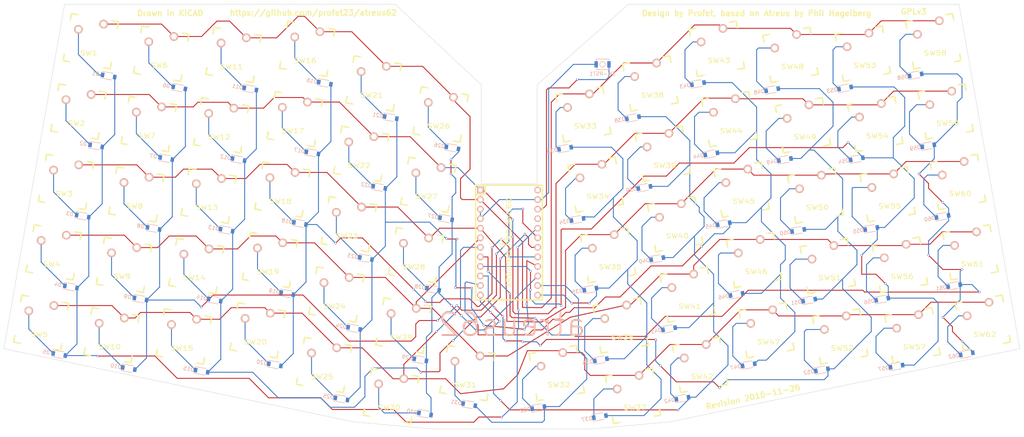
<source format=kicad_pcb>
(kicad_pcb (version 20211014) (generator pcbnew)
  (layers (0 "F.Cu" signal) (31 "B.Cu" signal) (34 "B.Paste" user) (35 "F.Paste" user) (36 "B.SilkS" user "B.Silkscreen") (37 "F.SilkS" user "F.Silkscreen") (38 "B.Mask" user) (39 "F.Mask" user) (44 "Edge.Cuts" user))
  (net 0 "")
  (net 1 "Net-(D1-Pad1)")
  (net 2 "/COL0")
  (net 3 "Net-(D2-Pad1)")
  (net 4 "Net-(D3-Pad1)")
  (net 5 "Net-(D4-Pad1)")
  (net 6 "Net-(D5-Pad1)")
  (net 7 "Net-(D6-Pad1)")
  (net 8 "/COL1")
  (net 9 "Net-(D7-Pad1)")
  (net 10 "Net-(D8-Pad1)")
  (net 11 "Net-(D9-Pad1)")
  (net 12 "Net-(D10-Pad1)")
  (net 13 "Net-(D11-Pad1)")
  (net 14 "/COL2")
  (net 15 "Net-(D12-Pad1)")
  (net 16 "Net-(D13-Pad1)")
  (net 17 "Net-(D14-Pad1)")
  (net 18 "Net-(D15-Pad1)")
  (net 19 "Net-(D16-Pad1)")
  (net 20 "/COL3")
  (net 21 "Net-(D17-Pad1)")
  (net 22 "Net-(D18-Pad1)")
  (net 23 "Net-(D19-Pad1)")
  (net 24 "Net-(D20-Pad1)")
  (net 25 "Net-(D21-Pad1)")
  (net 26 "/COL4")
  (net 27 "Net-(D22-Pad1)")
  (net 28 "Net-(D23-Pad1)")
  (net 29 "Net-(D24-Pad1)")
  (net 30 "Net-(D25-Pad1)")
  (net 31 "Net-(D26-Pad1)")
  (net 32 "/COL5")
  (net 33 "Net-(D27-Pad1)")
  (net 34 "Net-(D28-Pad1)")
  (net 35 "Net-(D29-Pad1)")
  (net 36 "Net-(D30-Pad1)")
  (net 37 "Net-(D31-Pad1)")
  (net 38 "/COL6")
  (net 39 "Net-(D32-Pad1)")
  (net 40 "Net-(D33-Pad1)")
  (net 41 "/COL7")
  (net 42 "Net-(D34-Pad1)")
  (net 43 "Net-(D35-Pad1)")
  (net 44 "Net-(D36-Pad1)")
  (net 45 "Net-(D37-Pad1)")
  (net 46 "Net-(D38-Pad1)")
  (net 47 "/COL8")
  (net 48 "Net-(D39-Pad1)")
  (net 49 "Net-(D40-Pad1)")
  (net 50 "Net-(D41-Pad1)")
  (net 51 "Net-(D42-Pad1)")
  (net 52 "Net-(D43-Pad1)")
  (net 53 "/COL9")
  (net 54 "Net-(D44-Pad1)")
  (net 55 "Net-(D45-Pad1)")
  (net 56 "Net-(D46-Pad1)")
  (net 57 "Net-(D47-Pad1)")
  (net 58 "Net-(D48-Pad1)")
  (net 59 "/COL10")
  (net 60 "Net-(D49-Pad1)")
  (net 61 "Net-(D50-Pad1)")
  (net 62 "Net-(D51-Pad1)")
  (net 63 "Net-(D52-Pad1)")
  (net 64 "Net-(D53-Pad1)")
  (net 65 "/COL11")
  (net 66 "Net-(D54-Pad1)")
  (net 67 "Net-(D55-Pad1)")
  (net 68 "Net-(D56-Pad1)")
  (net 69 "Net-(D57-Pad1)")
  (net 70 "Net-(D58-Pad1)")
  (net 71 "/COL12")
  (net 72 "Net-(D59-Pad1)")
  (net 73 "Net-(D60-Pad1)")
  (net 74 "Net-(D61-Pad1)")
  (net 75 "Net-(D62-Pad1)")
  (net 76 "/ROW4")
  (net 77 "/ROW3")
  (net 78 "/ROW2")
  (net 79 "/ROW1")
  (net 80 "/ROW0")
  (net 81 "GND")
  (net 82 "VCC")
  (net 83 "Net-(U1-Pad24)")
  (net 84 "Net-(SW-RST1-Pad2)")
  (footprint "Diodes_SMD:SOD-123" (layer "F.Cu") (at 37.74 78.9 -10)
    (fp_text reference "D2")
    (fp_text value "DIODE")
  )
  (footprint "footprints:CHERRY_PCB_100H" (layer "F.Cu") (at 36.327289 51.077115 -10)
    (fp_text reference "SW1")
    (fp_text value "SWITCH_PUSH" hide)
  )
  (footprint "footprints:CHERRY_PCB_100H" (layer "F.Cu") (at 33.027974 69.788462 -10)
    (fp_text reference "SW2")
    (fp_text value "SWITCH_PUSH" hide)
  )
  (footprint "footprints:CHERRY_PCB_100H" (layer "F.Cu") (at 29.728658 88.499809 -10)
    (fp_text reference "SW3")
    (fp_text value "SWITCH_PUSH" hide)
  )
  (footprint "footprints:CHERRY_PCB_100H" (layer "F.Cu") (at 26.429343 107.211157 -10)
    (fp_text reference "SW4")
    (fp_text value "SWITCH_PUSH" hide)
  )
  (footprint "footprints:CHERRY_PCB_100H" (layer "F.Cu") (at 23.130027 125.922504 -10)
    (fp_text reference "SW5")
    (fp_text value "SWITCH_PUSH" hide)
  )
  (footprint "footprints:CHERRY_PCB_100H" (layer "F.Cu") (at 55.038636 54.37643 -10)
    (fp_text reference "SW6")
    (fp_text value "SWITCH_PUSH" hide)
  )
  (footprint "footprints:CHERRY_PCB_100H" (layer "F.Cu") (at 51.739321 73.087777 -10)
    (fp_text reference "SW7")
    (fp_text value "SWITCH_PUSH" hide)
  )
  (footprint "footprints:CHERRY_PCB_100H" (layer "F.Cu") (at 48.440006 91.799125 -10)
    (fp_text reference "SW8")
    (fp_text value "SWITCH_PUSH" hide)
  )
  (footprint "footprints:CHERRY_PCB_100H" (layer "F.Cu") (at 45.14069 110.510472 -10)
    (fp_text reference "SW9")
    (fp_text value "SWITCH_PUSH" hide)
  )
  (footprint "footprints:CHERRY_PCB_100H" (layer "F.Cu") (at 41.841375 129.221819 -10)
    (fp_text reference "SW10")
    (fp_text value "SWITCH_PUSH" hide)
  )
  (footprint "footprints:CHERRY_PCB_100H" (layer "F.Cu") (at 74.270928 54.721322 -10)
    (fp_text reference "SW11")
    (fp_text value "SWITCH_PUSH" hide)
  )
  (footprint "footprints:CHERRY_PCB_100H" (layer "F.Cu") (at 70.971613 73.43267 -10)
    (fp_text reference "SW12")
    (fp_text value "SWITCH_PUSH" hide)
  )
  (footprint "footprints:CHERRY_PCB_100H" (layer "F.Cu") (at 67.672297 92.144017 -10)
    (fp_text reference "SW13")
    (fp_text value "SWITCH_PUSH" hide)
  )
  (footprint "footprints:CHERRY_PCB_100H" (layer "F.Cu") (at 64.372982 110.855364 -10)
    (fp_text reference "SW14")
    (fp_text value "SWITCH_PUSH" hide)
  )
  (footprint "footprints:CHERRY_PCB_100H" (layer "F.Cu") (at 61.073667 129.566711 -10)
    (fp_text reference "SW15")
    (fp_text value "SWITCH_PUSH" hide)
  )
  (footprint "footprints:CHERRY_PCB_100H" (layer "F.Cu") (at 93.850516 53.096599 -10)
    (fp_text reference "SW16")
    (fp_text value "SWITCH_PUSH" hide)
  )
  (footprint "footprints:CHERRY_PCB_100H" (layer "F.Cu") (at 90.551201 71.807946 -10)
    (fp_text reference "SW17")
    (fp_text value "SWITCH_PUSH" hide)
  )
  (footprint "footprints:CHERRY_PCB_100H" (layer "F.Cu") (at 87.251886 90.519293 -10)
    (fp_text reference "SW18")
    (fp_text value "SWITCH_PUSH" hide)
  )
  (footprint "footprints:CHERRY_PCB_100H" (layer "F.Cu") (at 83.95257 109.230641 -10)
    (fp_text reference "SW19")
    (fp_text value "SWITCH_PUSH" hide)
  )
  (footprint "footprints:CHERRY_PCB_100H" (layer "F.Cu") (at 80.653255 127.941988 -10)
    (fp_text reference "SW20")
    (fp_text value "SWITCH_PUSH" hide)
  )
  (footprint "footprints:CHERRY_PCB_100H" (layer "F.Cu") (at 111.519975 62.304761 -10)
    (fp_text reference "SW21")
    (fp_text value "SWITCH_PUSH" hide)
  )
  (footprint "footprints:CHERRY_PCB_100H" (layer "F.Cu") (at 108.220659 81.016108 -10)
    (fp_text reference "SW22")
    (fp_text value "SWITCH_PUSH" hide)
  )
  (footprint "footprints:CHERRY_PCB_100H" (layer "F.Cu") (at 104.921344 99.727455 -10)
    (fp_text reference "SW23")
    (fp_text value "SWITCH_PUSH" hide)
  )
  (footprint "footprints:CHERRY_PCB_100H" (layer "F.Cu") (at 101.622028 118.438803 -10)
    (fp_text reference "SW24")
    (fp_text value "SWITCH_PUSH" hide)
  )
  (footprint "footprints:CHERRY_PCB_100H" (layer "F.Cu") (at 98.322713 137.15015 -10)
    (fp_text reference "SW25")
    (fp_text value "SWITCH_PUSH" hide)
  )
  (footprint "footprints:CHERRY_PCB_100H" (layer "F.Cu") (at 129.363081 70.528115 -10)
    (fp_text reference "SW26")
    (fp_text value "SWITCH_PUSH" hide)
  )
  (footprint "footprints:CHERRY_PCB_100H" (layer "F.Cu") (at 126.063766 89.239462 -10)
    (fp_text reference "SW27")
    (fp_text value "SWITCH_PUSH" hide)
  )
  (footprint "footprints:CHERRY_PCB_100H" (layer "F.Cu") (at 122.76445 107.950809 -10)
    (fp_text reference "SW28")
    (fp_text value "SWITCH_PUSH" hide)
  )
  (footprint "footprints:CHERRY_PCB_100H" (layer "F.Cu") (at 119.465135 126.662157 -10)
    (fp_text reference "SW29")
    (fp_text value "SWITCH_PUSH" hide)
  )
  (footprint "footprints:CHERRY_PCB_100H" (layer "F.Cu") (at 116.165819 145.373504 -10)
    (fp_text reference "SW30")
    (fp_text value "SWITCH_PUSH" hide)
  )
  (footprint "footprints:CHERRY_PCB_100H" (layer "F.Cu") (at 136.44 139.32 -10)
    (fp_text reference "SW31")
    (fp_text value "SWITCH_PUSH" hide)
  )
  (footprint "footprints:CHERRY_PCB_100H" (layer "F.Cu") (at 160.194674 139.32 10)
    (fp_text reference "SW32")
    (fp_text value "SWITCH_PUSH" hide)
  )
  (footprint "footprints:CHERRY_PCB_100H" (layer "F.Cu") (at 167.271593 70.522015 10)
    (fp_text reference "SW33")
    (fp_text value "SWITCH_PUSH" hide)
  )
  (footprint "footprints:CHERRY_PCB_100H" (layer "F.Cu") (at 170.570908 89.233362 10)
    (fp_text reference "SW34")
    (fp_text value "SWITCH_PUSH" hide)
  )
  (footprint "footprints:CHERRY_PCB_100H" (layer "F.Cu") (at 173.870224 107.94471 10)
    (fp_text reference "SW35")
    (fp_text value "SWITCH_PUSH" hide)
  )
  (footprint "footprints:CHERRY_PCB_100H" (layer "F.Cu") (at 177.169539 126.656057 10)
    (fp_text reference "SW36")
    (fp_text value "SWITCH_PUSH" hide)
  )
  (footprint "footprints:CHERRY_PCB_100H" (layer "F.Cu") (at 180.468855 145.367404 10)
    (fp_text reference "SW37")
    (fp_text value "SWITCH_PUSH" hide)
  )
  (footprint "footprints:CHERRY_PCB_100H" (layer "F.Cu") (at 185.114699 62.298661 10)
    (fp_text reference "SW38")
    (fp_text value "SWITCH_PUSH" hide)
  )
  (footprint "footprints:CHERRY_PCB_100H" (layer "F.Cu") (at 188.414015 81.010008 10)
    (fp_text reference "SW39")
    (fp_text value "SWITCH_PUSH" hide)
  )
  (footprint "footprints:CHERRY_PCB_100H" (layer "F.Cu") (at 191.71333 99.721355 10)
    (fp_text reference "SW40")
    (fp_text value "SWITCH_PUSH" hide)
  )
  (footprint "footprints:CHERRY_PCB_100H" (layer "F.Cu") (at 195.012646 118.432703 10)
    (fp_text reference "SW41")
    (fp_text value "SWITCH_PUSH" hide)
  )
  (footprint "footprints:CHERRY_PCB_100H" (layer "F.Cu") (at 198.311961 137.14405 10)
    (fp_text reference "SW42")
    (fp_text value "SWITCH_PUSH" hide)
  )
  (footprint "footprints:CHERRY_PCB_100H" (layer "F.Cu") (at 202.784158 53.090499 10)
    (fp_text reference "SW43")
    (fp_text value "SWITCH_PUSH" hide)
  )
  (footprint "footprints:CHERRY_PCB_100H" (layer "F.Cu") (at 206.083473 71.801846 10)
    (fp_text reference "SW44")
    (fp_text value "SWITCH_PUSH" hide)
  )
  (footprint "footprints:CHERRY_PCB_100H" (layer "F.Cu") (at 209.382788 90.513194 10)
    (fp_text reference "SW45")
    (fp_text value "SWITCH_PUSH" hide)
  )
  (footprint "footprints:CHERRY_PCB_100H" (layer "F.Cu") (at 212.682104 109.224541 10)
    (fp_text reference "SW46")
    (fp_text value "SWITCH_PUSH" hide)
  )
  (footprint "footprints:CHERRY_PCB_100H" (layer "F.Cu") (at 215.981419 127.935888 10)
    (fp_text reference "SW47")
    (fp_text value "SWITCH_PUSH" hide)
  )
  (footprint "footprints:CHERRY_PCB_100H" (layer "F.Cu") (at 222.363746 54.715222 10)
    (fp_text reference "SW48")
    (fp_text value "SWITCH_PUSH" hide)
  )
  (footprint "footprints:CHERRY_PCB_100H" (layer "F.Cu") (at 225.663061 73.42657 10)
    (fp_text reference "SW49")
    (fp_text value "SWITCH_PUSH" hide)
  )
  (footprint "footprints:CHERRY_PCB_100H" (layer "F.Cu") (at 228.962377 92.137917 10)
    (fp_text reference "SW50")
    (fp_text value "SWITCH_PUSH" hide)
  )
  (footprint "footprints:CHERRY_PCB_100H" (layer "F.Cu") (at 232.261692 110.849264 10)
    (fp_text reference "SW51")
    (fp_text value "SWITCH_PUSH" hide)
  )
  (footprint "footprints:CHERRY_PCB_100H" (layer "F.Cu") (at 235.561007 129.560612 10)
    (fp_text reference "SW52")
    (fp_text value "SWITCH_PUSH" hide)
  )
  (footprint "footprints:CHERRY_PCB_100H" (layer "F.Cu") (at 241.596038 54.37033 10)
    (fp_text reference "SW53")
    (fp_text value "SWITCH_PUSH" hide)
  )
  (footprint "footprints:CHERRY_PCB_100H" (layer "F.Cu") (at 244.895353 73.081678 10)
    (fp_text reference "SW54")
    (fp_text value "SWITCH_PUSH" hide)
  )
  (footprint "footprints:CHERRY_PCB_100H" (layer "F.Cu") (at 248.194668 91.793025 10)
    (fp_text reference "SW55")
    (fp_text value "SWITCH_PUSH" hide)
  )
  (footprint "footprints:CHERRY_PCB_100H" (layer "F.Cu") (at 251.493984 110.504372 10)
    (fp_text reference "SW56")
    (fp_text value "SWITCH_PUSH" hide)
  )
  (footprint "footprints:CHERRY_PCB_100H" (layer "F.Cu") (at 254.793299 129.215719 10)
    (fp_text reference "SW57")
    (fp_text value "SWITCH_PUSH" hide)
  )
  (footprint "footprints:CHERRY_PCB_100H" (layer "F.Cu") (at 260.307385 51.071015 10)
    (fp_text reference "SW58")
    (fp_text value "SWITCH_PUSH" hide)
  )
  (footprint "footprints:CHERRY_PCB_100H" (layer "F.Cu") (at 263.6067 69.782362 10)
    (fp_text reference "SW59")
    (fp_text value "SWITCH_PUSH" hide)
  )
  (footprint "footprints:CHERRY_PCB_100H" (layer "F.Cu") (at 266.906016 88.493709 10)
    (fp_text reference "SW60")
    (fp_text value "SWITCH_PUSH" hide)
  )
  (footprint "footprints:CHERRY_PCB_100H" (layer "F.Cu") (at 270.205331 107.205057 10)
    (fp_text reference "SW61")
    (fp_text value "SWITCH_PUSH" hide)
  )
  (footprint "footprints:CHERRY_PCB_100H" (layer "F.Cu") (at 273.504647 125.916404 10)
    (fp_text reference "SW62")
    (fp_text value "SWITCH_PUSH" hide)
  )
  (footprint "footprints:ARDUINO_PRO_MICRO" (layer "F.Cu") (at 147.52 104.61 -90)
    (fp_text reference "U1")
    (fp_text value "ARDUINO_PRO_MICRO")
  )
  (footprint "Diodes_SMD:SOD-123" (layer "B.Cu") (at 41.06 60.31 -10)
    (fp_text reference "D1")
    (fp_text value "DIODE")
  )
  (footprint "Diodes_SMD:SOD-123" (layer "B.Cu") (at 34.16 97.57 -10)
    (fp_text reference "D3")
    (fp_text value "DIODE")
  )
  (footprint "Diodes_SMD:SOD-123" (layer "B.Cu") (at 31.03 116.4 -10)
    (fp_text reference "D4")
    (fp_text value "DIODE")
  )
  (footprint "Diodes_SMD:SOD-123" (layer "B.Cu") (at 27.93 134.37 -10)
    (fp_text reference "D5")
    (fp_text value "DIODE")
  )
  (footprint "Diodes_SMD:SOD-123" (layer "B.Cu") (at 59.85 63.48 -10)
    (fp_text reference "D6")
    (fp_text value "DIODE")
  )
  (footprint "Diodes_SMD:SOD-123" (layer "B.Cu") (at 56.38 82.26 -10)
    (fp_text reference "D7")
    (fp_text value "DIODE")
  )
  (footprint "Diodes_SMD:SOD-123" (layer "B.Cu") (at 53 100.85 -10)
    (fp_text reference "D8")
    (fp_text value "DIODE")
  )
  (footprint "Diodes_SMD:SOD-123" (layer "B.Cu") (at 49.53 119.61 -10)
    (fp_text reference "D9")
    (fp_text value "DIODE")
  )
  (footprint "Diodes_SMD:SOD-123" (layer "B.Cu") (at 46.42 138.1 -10)
    (fp_text reference "D10")
    (fp_text value "DIODE")
  )
  (footprint "Diodes_SMD:SOD-123" (layer "B.Cu") (at 78.73 63.76 -10)
    (fp_text reference "D11")
    (fp_text value "DIODE")
  )
  (footprint "Diodes_SMD:SOD-123" (layer "B.Cu") (at 75.61 82.53 -10)
    (fp_text reference "D12")
    (fp_text value "DIODE")
  )
  (footprint "Diodes_SMD:SOD-123" (layer "B.Cu") (at 72.42 101.31 -10)
    (fp_text reference "D13")
    (fp_text value "DIODE")
  )
  (footprint "Diodes_SMD:SOD-123" (layer "B.Cu") (at 69.26 119.88 -10)
    (fp_text reference "D14")
    (fp_text value "DIODE")
  )
  (footprint "Diodes_SMD:SOD-123" (layer "B.Cu") (at 65.79 138.81 -10)
    (fp_text reference "D15")
    (fp_text value "DIODE")
  )
  (footprint "Diodes_SMD:SOD-123" (layer "B.Cu") (at 98.54 62.23 -10)
    (fp_text reference "D16")
    (fp_text value "DIODE")
  )
  (footprint "Diodes_SMD:SOD-123" (layer "B.Cu") (at 95.24 80.77 -10)
    (fp_text reference "D17")
    (fp_text value "DIODE")
  )
  (footprint "Diodes_SMD:SOD-123" (layer "B.Cu") (at 91.93 99.52 -10)
    (fp_text reference "D18")
    (fp_text value "DIODE")
  )
  (footprint "Diodes_SMD:SOD-123" (layer "B.Cu") (at 88.55 118.19 -10)
    (fp_text reference "D19")
    (fp_text value "DIODE")
  )
  (footprint "Diodes_SMD:SOD-123" (layer "B.Cu") (at 85.26 137.12 -10)
    (fp_text reference "D20")
    (fp_text value "DIODE")
  )
  (footprint "Diodes_SMD:SOD-123" (layer "B.Cu") (at 116.07 71.37 -10)
    (fp_text reference "D21")
    (fp_text value "DIODE")
  )
  (footprint "Diodes_SMD:SOD-123" (layer "B.Cu") (at 113.02 89.92 -10)
    (fp_text reference "D22")
    (fp_text value "DIODE")
  )
  (footprint "Diodes_SMD:SOD-123" (layer "B.Cu") (at 109.46 108.84 -10)
    (fp_text reference "D23")
    (fp_text value "DIODE")
  )
  (footprint "Diodes_SMD:SOD-123" (layer "B.Cu") (at 106.34 127.43 -10)
    (fp_text reference "D24")
    (fp_text value "DIODE")
  )
  (footprint "Diodes_SMD:SOD-123" (layer "B.Cu") (at 102.96 146.19 -10)
    (fp_text reference "D25")
    (fp_text value "DIODE")
  )
  (footprint "Diodes_SMD:SOD-123" (layer "B.Cu") (at 132.47 79.43 -10)
    (fp_text reference "D26")
    (fp_text value "DIODE")
  )
  (footprint "Diodes_SMD:SOD-123" (layer "B.Cu") (at 130.78 98.27 -10)
    (fp_text reference "D27")
    (fp_text value "DIODE")
  )
  (footprint "Diodes_SMD:SOD-123" (layer "B.Cu") (at 127.32 117.03 -10)
    (fp_text reference "D28")
    (fp_text value "DIODE")
  )
  (footprint "Diodes_SMD:SOD-123" (layer "B.Cu") (at 123.94 135.79 -10)
    (fp_text reference "D29")
    (fp_text value "DIODE")
  )
  (footprint "Diodes_SMD:SOD-123" (layer "B.Cu") (at 125.18 150.19 -10)
    (fp_text reference "D30")
    (fp_text value "DIODE")
  )
  (footprint "Diodes_SMD:SOD-123" (layer "B.Cu") (at 136.93 147.7 -10)
    (fp_text reference "D31")
    (fp_text value "DIODE")
  )
  (footprint "Diodes_SMD:SOD-123" (layer "B.Cu") (at 155.32 148.5 10)
    (fp_text reference "D32")
    (fp_text value "DIODE")
  )
  (footprint "Diodes_SMD:SOD-123" (layer "B.Cu") (at 162.43 79.54 10)
    (fp_text reference "D33")
    (fp_text value "DIODE")
  )
  (footprint "Diodes_SMD:SOD-123" (layer "B.Cu") (at 165.74 98.46 10)
    (fp_text reference "D34")
    (fp_text value "DIODE")
  )
  (footprint "Diodes_SMD:SOD-123" (layer "B.Cu") (at 169.16 117 10)
    (fp_text reference "D35")
    (fp_text value "DIODE")
  )
  (footprint "Diodes_SMD:SOD-123" (layer "B.Cu") (at 171.95 135.79 10)
    (fp_text reference "D36")
    (fp_text value "DIODE")
  )
  (footprint "Diodes_SMD:SOD-123" (layer "B.Cu") (at 171.68 150.9 10)
    (fp_text reference "D37")
    (fp_text value "DIODE")
  )
  (footprint "Diodes_SMD:SOD-123" (layer "B.Cu") (at 180.47 71.41 10)
    (fp_text reference "D38")
    (fp_text value "DIODE")
  )
  (footprint "Diodes_SMD:SOD-123" (layer "B.Cu") (at 183.52 89.95 10)
    (fp_text reference "D39")
    (fp_text value "DIODE")
  )
  (footprint "Diodes_SMD:SOD-123" (layer "B.Cu") (at 186.94 108.88 10)
    (fp_text reference "D40")
    (fp_text value "DIODE")
  )
  (footprint "Diodes_SMD:SOD-123" (layer "B.Cu") (at 190.08 127.52 10)
    (fp_text reference "D41")
    (fp_text value "DIODE")
  )
  (footprint "Diodes_SMD:SOD-123" (layer "B.Cu") (at 193.64 146.01 10)
    (fp_text reference "D42")
    (fp_text value "DIODE")
  )
  (footprint "Diodes_SMD:SOD-123" (layer "B.Cu") (at 197.77 62.35 10)
    (fp_text reference "D43")
    (fp_text value "DIODE")
  )
  (footprint "Diodes_SMD:SOD-123" (layer "B.Cu") (at 201.32 81.02 10)
    (fp_text reference "D44")
    (fp_text value "DIODE")
  )
  (footprint "Diodes_SMD:SOD-123" (layer "B.Cu") (at 204.6 99.6 10)
    (fp_text reference "D45")
    (fp_text value "DIODE")
  )
  (footprint "Diodes_SMD:SOD-123" (layer "B.Cu") (at 208.03 118.4 10)
    (fp_text reference "D46")
    (fp_text value "DIODE")
  )
  (footprint "Diodes_SMD:SOD-123" (layer "B.Cu") (at 211.24 137.12 10)
    (fp_text reference "D47")
    (fp_text value "DIODE")
  )
  (footprint "Diodes_SMD:SOD-123" (layer "B.Cu") (at 217.5 63.95 10)
    (fp_text reference "D48")
    (fp_text value "DIODE")
  )
  (footprint "Diodes_SMD:SOD-123" (layer "B.Cu") (at 220.88 82.53 10)
    (fp_text reference "D49")
    (fp_text value "DIODE")
  )
  (footprint "Diodes_SMD:SOD-123" (layer "B.Cu") (at 224.41 101.38 10)
    (fp_text reference "D50")
    (fp_text value "DIODE")
  )
  (footprint "Diodes_SMD:SOD-123" (layer "B.Cu") (at 227.33 119.92 10)
    (fp_text reference "D51")
    (fp_text value "DIODE")
  )
  (footprint "Diodes_SMD:SOD-123" (layer "B.Cu") (at 230.71 138.46 10)
    (fp_text reference "D52")
    (fp_text value "DIODE")
  )
  (footprint "Diodes_SMD:SOD-123" (layer "B.Cu") (at 236.88 63.51 10)
    (fp_text reference "D53")
    (fp_text value "DIODE")
  )
  (footprint "Diodes_SMD:SOD-123" (layer "B.Cu") (at 239.99 82.35 10)
    (fp_text reference "D54")
    (fp_text value "DIODE")
  )
  (footprint "Diodes_SMD:SOD-123" (layer "B.Cu") (at 243.84 100.87 10)
    (fp_text reference "D55")
    (fp_text value "DIODE")
  )
  (footprint "Diodes_SMD:SOD-123" (layer "B.Cu") (at 246.76 119.67 10)
    (fp_text reference "D56")
    (fp_text value "DIODE")
  )
  (footprint "Diodes_SMD:SOD-123" (layer "B.Cu") (at 250.57 137.48 10)
    (fp_text reference "D57")
    (fp_text value "DIODE")
  )
  (footprint "Diodes_SMD:SOD-123" (layer "B.Cu") (at 255.64 60.04 10)
    (fp_text reference "D58")
    (fp_text value "DIODE")
  )
  (footprint "Diodes_SMD:SOD-123" (layer "B.Cu") (at 258.99 78.87 10)
    (fp_text reference "D59")
    (fp_text value "DIODE")
  )
  (footprint "Diodes_SMD:SOD-123" (layer "B.Cu") (at 262.8 97.66 10)
    (fp_text reference "D60")
    (fp_text value "DIODE")
  )
  (footprint "Diodes_SMD:SOD-123" (layer "B.Cu") (at 265.88 116.05 10)
    (fp_text reference "D61")
    (fp_text value "DIODE")
  )
  (footprint "Diodes_SMD:SOD-123" (layer "B.Cu") (at 269.24 134.19 10)
    (fp_text reference "D62")
    (fp_text value "DIODE")
  )
  (footprint "Buttons_Switches_SMD:SW_SPST_B3U-1000P" (layer "B.Cu") (at 172.39 57.22)
    (fp_text reference "SW-RST1")
    (fp_text value "SWITCH_PUSH")
  )
  (gr_line (start 190.307016 152.289459) (end 169.288015 154.180441) (layer "Edge.Cuts") (width 0.1))
  (gr_line (start 179.28542 41.251457) (end 267.193973 41.251457) (layer "Edge.Cuts") (width 0.1))
  (gr_line (start 117.252693 41.251457) (end 140.152204 62.670168) (layer "Edge.Cuts") (width 0.1))
  (gr_line (start 267.193973 41.251457) (end 283.343011 132.838458) (layer "Edge.Cuts") (width 0.1))
  (gr_line (start 127.250015 154.180441) (end 106.231012 152.289459) (layer "Edge.Cuts") (width 0.1))
  (gr_line (start 154.974798 62.670168) (end 179.28542 41.251457) (layer "Edge.Cuts") (width 0.1))
  (gr_line (start 13.195018 132.838458) (end 29.343858 41.251457) (layer "Edge.Cuts") (width 0.1))
  (gr_line (start 148.269014 154.180441) (end 127.250015 154.180441) (layer "Edge.Cuts") (width 0.1))
  (gr_line (start 283.343011 132.838458) (end 190.307016 152.289459) (layer "Edge.Cuts") (width 0.1))
  (gr_line (start 106.231012 152.289459) (end 13.195018 132.838458) (layer "Edge.Cuts") (width 0.1))
  (gr_line (start 140.152204 89.014765) (end 154.974798 89.014765) (layer "Edge.Cuts") (width 0.1))
  (gr_line (start 29.343858 41.251457) (end 117.252693 41.251457) (layer "Edge.Cuts") (width 0.1))
  (gr_line (start 169.288015 154.180441) (end 148.269014 154.180441) (layer "Edge.Cuts") (width 0.1))
  (gr_line (start 154.974798 89.014765) (end 154.974798 62.670168) (layer "Edge.Cuts") (width 0.1))
  (gr_line (start 140.152204 62.670168) (end 140.152204 89.014765) (layer "Edge.Cuts") (width 0.1))
  (gr_text "atreus62" (at 148.34 126.44) (layer "B.SilkS") (effects (font (size 6 6) (thickness 0.5)) (justify mirror)))
  (gr_text "https://github.com/profet23/atreus62" (at 95.49 43.48) (layer "F.SilkS") (effects (font (size 1.5 1.5) (thickness 0.3))))
  (gr_text "Revision 2016-11-26" (at 212.4 145.65 12) (layer "F.SilkS") (effects (font (size 1.5 1.5) (thickness 0.3))))
  (gr_text "GPLv3" (at 255.12 43.18) (layer "F.SilkS") (effects (font (size 1.5 1.5) (thickness 0.3))))
  (gr_text "Drawn in KiCAD" (at 57.42 43.61) (layer "F.SilkS") (effects (font (size 1.5 1.5) (thickness 0.3))))
  (gr_text "Design by Profet, based on Atreus by Phil Hagelberg" (at 213.33 43.62) (layer "F.SilkS") (effects (font (size 1.5 1.5) (thickness 0.3))))
  (segment (start 33.016238 54.606238) (end 38.436085 60.026085) (width 0.25) (layer "B.Cu") (net 1))
  (segment (start 38.436085 60.026085) (end 39.449839 60.026085) (width 0.25) (layer "B.Cu") (net 1))
  (segment (start 33.016238 47.914104) (end 33.016238 54.606238) (width 0.25) (layer "B.Cu") (net 1))
  (segment (start 38.17 134.78) (end 53.37 134.78) (width 0.25) (layer "F.Cu") (net 2))
  (segment (start 53.37 134.78) (end 59.3 140.71) (width 0.25) (layer "F.Cu") (net 2))
  (segment (start 59.3 140.71) (end 78.41 140.71) (width 0.25) (layer "F.Cu") (net 2))
  (segment (start 78.41 140.71) (end 83.58 145.88) (width 0.25) (layer "F.Cu") (net 2))
  (segment (start 83.58 145.88) (end 97.43 145.88) (width 0.25) (layer "F.Cu") (net 2))
  (segment (start 97.43 145.88) (end 100.55 149) (width 0.25) (layer "F.Cu") (net 2))
  (segment (start 100.55 149) (end 116.81 149) (width 0.25) (layer "F.Cu") (net 2))
  (segment (start 116.81 149) (end 120.18 152.37) (width 0.25) (layer "F.Cu") (net 2))
  (segment (start 120.18 152.37) (end 138.15 152.37) (width 0.25) (layer "F.Cu") (net 2))
  (segment (start 138.15 152.37) (end 139.52 151) (width 0.25) (layer "F.Cu") (net 2))
  (segment (start 139.52 151) (end 145.58 151) (width 0.25) (layer "F.Cu") (net 2))
  (segment (start 145.58 151) (end 145.62 151.04) (width 0.25) (layer "F.Cu") (net 2))
  (segment (start 150.02 122.49) (end 149.85 122.32) (width 0.25) (layer "F.Cu") (net 2))
  (segment (start 149.85 122.32) (end 149.89 116.19) (width 0.25) (layer "F.Cu") (net 2))
  (segment (start 149.89 106.08) (end 149.76 105.95) (width 0.25) (layer "F.Cu") (net 2))
  (segment (start 149.89 116.19) (end 149.89 106.08) (width 0.25) (layer "F.Cu") (net 2))
  (via (at 145.62 151.04) (size 0.6) (drill 0.4) (layers "F.Cu" "B.Cu") (net 2))
  (via (at 149.76 105.95) (size 0.6) (drill 0.4) (layers "F.Cu" "B.Cu") (net 2))
  (via (at 38.17 134.78) (size 0.6) (drill 0.4) (layers "F.Cu" "B.Cu") (net 2))
  (via (at 150.02 122.49) (size 0.6) (drill 0.4) (layers "F.Cu" "B.Cu") (net 2))
  (segment (start 42.670161 75.863915) (end 39.350161 79.183915) (width 0.25) (layer "B.Cu") (net 2))
  (segment (start 39.350161 94.273915) (end 35.770161 97.853915) (width 0.25) (layer "B.Cu") (net 2))
  (segment (start 35.770161 113.553915) (end 32.640161 116.683915) (width 0.25) (layer "B.Cu") (net 2))
  (segment (start 32.640161 131.553915) (end 29.540161 134.653915) (width 0.25) (layer "B.Cu") (net 2))
  (segment (start 38.043915 134.653915) (end 38.17 134.78) (width 0.25) (layer "B.Cu") (net 2))
  (segment (start 145.62 151.04) (end 149.71 146.95) (width 0.25) (layer "B.Cu") (net 2))
  (segment (start 149.71 146.95) (end 149.71 127.84) (width 0.25) (layer "B.Cu") (net 2))
  (segment (start 149.71 127.84) (end 150.06 127.49) (width 0.25) (layer "B.Cu") (net 2))
  (segment (start 150.06 127.49) (end 150.02 122.49) (width 0.25) (layer "B.Cu") (net 2))
  (segment (start 149.76 105.95) (end 154.91 100.8) (width 0.25) (layer "B.Cu") (net 2))
  (segment (start 154.91 100.8) (end 155.14 100.8) (width 0.25) (layer "B.Cu") (net 2))
  (segment (start 29.540161 134.653915) (end 38.043915 134.653915) (width 0.25) (layer "B.Cu") (net 2))
  (segment (start 39.350161 79.183915) (end 39.350161 94.273915) (width 0.25) (layer "B.Cu") (net 2))
  (segment (start 42.670161 60.593915) (end 42.670161 75.863915) (width 0.25) (layer "B.Cu") (net 2))
  (segment (start 32.640161 116.683915) (end 32.640161 131.553915) (width 0.25) (layer "B.Cu") (net 2))
  (segment (start 35.770161 97.853915) (end 35.770161 113.553915) (width 0.25) (layer "B.Cu") (net 2))
  (segment (start 29.716923 72.203169) (end 36.129839 78.616085) (width 0.25) (layer "B.Cu") (net 3))
  (segment (start 29.716923 66.625451) (end 29.716923 72.203169) (width 0.25) (layer "B.Cu") (net 3))
  (segment (start 26.417607 91.153853) (end 32.549839 97.286085) (width 0.25) (layer "B.Cu") (net 4))
  (segment (start 26.417607 85.336798) (end 26.417607 91.153853) (width 0.25) (layer "B.Cu") (net 4))
  (segment (start 23.118292 109.814538) (end 29.419839 116.116085) (width 0.25) (layer "B.Cu") (net 5))
  (segment (start 23.118292 104.048146) (end 23.118292 109.814538) (width 0.25) (layer "B.Cu") (net 5))
  (segment (start 19.818976 127.585222) (end 26.319839 134.086085) (width 0.25) (layer "B.Cu") (net 6))
  (segment (start 19.818976 122.759493) (end 19.818976 127.585222) (width 0.25) (layer "B.Cu") (net 6))
  (segment (start 51.727585 56.807585) (end 58.42 63.5) (width 0.25) (layer "B.Cu") (net 7))
  (segment (start 58.42 63.5) (end 58.239839 63.196085) (width 0.25) (layer "B.Cu") (net 7))
  (segment (start 51.727585 51.213419) (end 51.727585 56.807585) (width 0.25) (layer "B.Cu") (net 7))
  (segment (start 65.68 121.77) (end 68.88 118.57) (width 0.25) (layer "F.Cu") (net 8))
  (segment (start 68.88 118.57) (end 92.75 118.57) (width 0.25) (layer "F.Cu") (net 8))
  (segment (start 92.75 118.57) (end 105 130.82) (width 0.25) (layer "F.Cu") (net 8))
  (segment (start 105 130.82) (end 121.53 130.82) (width 0.25) (layer "F.Cu") (net 8))
  (segment (start 121.53 130.82) (end 122.71 129.64) (width 0.25) (layer "F.Cu") (net 8))
  (segment (start 122.71 129.64) (end 122.71 126.29) (width 0.25) (layer "F.Cu") (net 8))
  (segment (start 122.71 126.29) (end 123.66 125.34) (width 0.25) (layer "F.Cu") (net 8))
  (segment (start 123.66 125.34) (end 128.52 125.34) (width 0.25) (layer "F.Cu") (net 8))
  (segment (start 133.66 121.32) (end 134.94 122.6) (width 0.25) (layer "F.Cu") (net 8))
  (segment (start 134.94 122.6) (end 140.15 122.6) (width 0.25) (layer "F.Cu") (net 8))
  (segment (start 140.15 122.6) (end 144.17 118.58) (width 0.25) (layer "F.Cu") (net 8))
  (segment (start 144.17 118.58) (end 144.17 107.62) (width 0.25) (layer "F.Cu") (net 8))
  (segment (start 151.21 95.67) (end 151.18 95.7) (width 0.25) (layer "F.Cu") (net 8))
  (segment (start 151.18 95.7) (end 151.18 99.38) (width 0.25) (layer "F.Cu") (net 8))
  (segment (start 151.18 99.38) (end 155.14 103.34) (width 0.25) (layer "F.Cu") (net 8))
  (via (at 128.52 125.34) (size 0.6) (drill 0.4) (layers "F.Cu" "B.Cu") (net 8))
  (via (at 65.68 121.77) (size 0.6) (drill 0.4) (layers "F.Cu" "B.Cu") (net 8))
  (via (at 144.17 107.62) (size 0.6) (drill 0.4) (layers "F.Cu" "B.Cu") (net 8))
  (via (at 151.21 95.67) (size 0.6) (drill 0.4) (layers "F.Cu" "B.Cu") (net 8))
  (via (at 133.66 121.32) (size 0.6) (drill 0.4) (layers "F.Cu" "B.Cu") (net 8))
  (segment (start 61.460161 79.073915) (end 57.990161 82.543915) (width 0.25) (layer "B.Cu") (net 8))
  (segment (start 57.990161 82.543915) (end 57.990161 97.753915) (width 0.25) (layer "B.Cu") (net 8))
  (segment (start 57.990161 97.753915) (end 54.610161 101.133915) (width 0.25) (layer "B.Cu") (net 8))
  (segment (start 54.610161 101.133915) (end 54.610161 116.423915) (width 0.25) (layer "B.Cu") (net 8))
  (segment (start 54.610161 116.423915) (end 51.140161 119.893915) (width 0.25) (layer "B.Cu") (net 8))
  (segment (start 51.140161 135.273915) (end 48.030161 138.383915) (width 0.25) (layer "B.Cu") (net 8))
  (segment (start 63.803915 119.893915) (end 65.68 121.77) (width 0.25) (layer "B.Cu") (net 8))
  (segment (start 128.52 125.34) (end 130.87 122.99) (width 0.25) (layer "B.Cu") (net 8))
  (segment (start 130.87 122.99) (end 131.99 122.99) (width 0.25) (layer "B.Cu") (net 8))
  (segment (start 131.99 122.99) (end 133.66 121.32) (width 0.25) (layer "B.Cu") (net 8))
  (segment (start 144.17 107.62) (end 147.47 104.32) (width 0.25) (layer "B.Cu") (net 8))
  (segment (start 147.47 104.32) (end 147.47 96.7) (width 0.25) (layer "B.Cu") (net 8))
  (segment (start 147.47 96.7) (end 148.5 95.67) (width 0.25) (layer "B.Cu") (net 8))
  (segment (start 148.5 95.67) (end 151.21 95.67) (width 0.25) (layer "B.Cu") (net 8))
  (segment (start 61.460161 63.763915) (end 61.460161 79.073915) (width 0.25) (layer "B.Cu") (net 8))
  (segment (start 51.140161 119.893915) (end 51.140161 135.273915) (width 0.25) (layer "B.Cu") (net 8))
  (segment (start 51.140161 119.893915) (end 63.803915 119.893915) (width 0.25) (layer "B.Cu") (net 8))
  (segment (start 48.42827 75.634516) (end 54.769839 81.976085) (width 0.25) (layer "B.Cu") (net 9))
  (segment (start 48.42827 69.924766) (end 48.42827 75.634516) (width 0.25) (layer "B.Cu") (net 9))
  (segment (start 45.128955 94.305201) (end 51.389839 100.566085) (width 0.25) (layer "B.Cu") (net 10))
  (segment (start 45.128955 88.636114) (end 45.128955 94.305201) (width 0.25) (layer "B.Cu") (net 10))
  (segment (start 41.829639 113.235885) (end 47.919839 119.326085) (width 0.25) (layer "B.Cu") (net 11))
  (segment (start 41.829639 107.347461) (end 41.829639 113.235885) (width 0.25) (layer "B.Cu") (net 11))
  (segment (start 38.530324 131.53657) (end 44.809839 137.816085) (width 0.25) (layer "B.Cu") (net 12))
  (segment (start 38.530324 126.058808) (end 38.530324 131.53657) (width 0.25) (layer "B.Cu") (net 12))
  (segment (start 70.959877 57.316123) (end 77.119839 63.476085) (width 0.25) (layer "B.Cu") (net 13))
  (segment (start 70.959877 51.558311) (end 70.959877 57.316123) (width 0.25) (layer "B.Cu") (net 13))
  (segment (start 124.09 139.1) (end 124.24 138.95) (width 0.25) (layer "F.Cu") (net 14))
  (segment (start 124.24 138.95) (end 128.89 138.95) (width 0.25) (layer "F.Cu") (net 14))
  (segment (start 128.89 138.95) (end 129.16 138.68) (width 0.25) (layer "F.Cu") (net 14))
  (segment (start 129.16 138.68) (end 129.16 133.96) (width 0.25) (layer "F.Cu") (net 14))
  (segment (start 129.16 133.96) (end 132.48 130.64) (width 0.25) (layer "F.Cu") (net 14))
  (segment (start 132.48 130.64) (end 132.66 130.64) (width 0.25) (layer "F.Cu") (net 14))
  (segment (start 135.56 127.83) (end 139.03 124.36) (width 0.25) (layer "F.Cu") (net 14))
  (segment (start 139.03 124.36) (end 140.01 124.36) (width 0.25) (layer "F.Cu") (net 14))
  (segment (start 140.01 124.36) (end 145.2 119.17) (width 0.25) (layer "F.Cu") (net 14))
  (segment (start 145.2 119.17) (end 145.2 108.97) (width 0.25) (layer "F.Cu") (net 14))
  (segment (start 151.75 102.34) (end 152.7 103.29) (width 0.25) (layer "F.Cu") (net 14))
  (segment (start 152.7 103.29) (end 152.7 105.09) (width 0.25) (layer "F.Cu") (net 14))
  (segment (start 152.7 105.09) (end 153.49 105.88) (width 0.25) (layer "F.Cu") (net 14))
  (segment (start 153.49 105.88) (end 155.14 105.88) (width 0.25) (layer "F.Cu") (net 14))
  (via (at 132.66 130.64) (size 0.6) (drill 0.4) (layers "F.Cu" "B.Cu") (net 14))
  (via (at 145.2 108.97) (size 0.6) (drill 0.4) (layers "F.Cu" "B.Cu") (net 14))
  (via (at 135.56 127.83) (size 0.6) (drill 0.4) (layers "F.Cu" "B.Cu") (net 14))
  (via (at 124.09 139.1) (size 0.6) (drill 0.4) (layers "F.Cu" "B.Cu") (net 14))
  (via (at 151.75 102.34) (size 0.6) (drill 0.4) (layers "F.Cu" "B.Cu") (net 14))
  (segment (start 80.340161 79.693915) (end 77.220161 82.813915) (width 0.25) (layer "B.Cu") (net 14))
  (segment (start 77.220161 82.813915) (end 77.220161 98.403915) (width 0.25) (layer "B.Cu") (net 14))
  (segment (start 77.220161 98.403915) (end 74.030161 101.593915) (width 0.25) (layer "B.Cu") (net 14))
  (segment (start 74.030161 117.003915) (end 70.870161 120.163915) (width 0.25) (layer "B.Cu") (net 14))
  (segment (start 70.870161 135.623915) (end 67.400161 139.093915) (width 0.25) (layer "B.Cu") (net 14))
  (segment (start 79.353915 139.093915) (end 86.14 145.88) (width 0.25) (layer "B.Cu") (net 14))
  (segment (start 86.14 145.88) (end 97.45 145.88) (width 0.25) (layer "B.Cu") (net 14))
  (segment (start 97.45 145.88) (end 99.97 148.4) (width 0.25) (layer "B.Cu") (net 14))
  (segment (start 99.97 148.4) (end 106.41 148.4) (width 0.25) (layer "B.Cu") (net 14))
  (segment (start 106.41 148.4) (end 109.19 145.62) (width 0.25) (layer "B.Cu") (net 14))
  (segment (start 109.19 145.62) (end 109.19 140.21) (width 0.25) (layer "B.Cu") (net 14))
  (segment (start 109.19 140.21) (end 111.44 137.96) (width 0.25) (layer "B.Cu") (net 14))
  (segment (start 111.44 137.96) (end 122.99 137.96) (width 0.25) (layer "B.Cu") (net 14))
  (segment (start 122.99 137.96) (end 124.09 139.06) (width 0.25) (layer "B.Cu") (net 14))
  (segment (start 124.09 139.06) (end 124.09 139.1) (width 0.25) (layer "B.Cu") (net 14))
  (segment (start 132.66 130.64) (end 135.47 127.83) (width 0.25) (layer "B.Cu") (net 14))
  (segment (start 135.47 127.83) (end 135.56 127.83) (width 0.25) (layer "B.Cu") (net 14))
  (segment (start 145.2 108.97) (end 151.75 102.42) (width 0.25) (layer "B.Cu") (net 14))
  (segment (start 151.75 102.42) (end 151.75 102.34) (width 0.25) (layer "B.Cu") (net 14))
  (segment (start 80.340161 64.043915) (end 80.340161 79.693915) (width 0.25) (layer "B.Cu") (net 14))
  (segment (start 70.870161 120.163915) (end 70.870161 135.623915) (width 0.25) (layer "B.Cu") (net 14))
  (segment (start 74.030161 101.593915) (end 74.030161 117.003915) (width 0.25) (layer "B.Cu") (net 14))
  (segment (start 67.400161 139.093915) (end 79.353915 139.093915) (width 0.25) (layer "B.Cu") (net 14))
  (segment (start 67.660562 75.906808) (end 73.999839 82.246085) (width 0.25) (layer "B.Cu") (net 15))
  (segment (start 67.660562 70.269659) (end 67.660562 75.906808) (width 0.25) (layer "B.Cu") (net 15))
  (segment (start 64.361246 94.577492) (end 70.809839 101.026085) (width 0.25) (layer "B.Cu") (net 16))
  (segment (start 64.361246 88.981006) (end 64.361246 94.577492) (width 0.25) (layer "B.Cu") (net 16))
  (segment (start 61.061931 113.008177) (end 67.649839 119.596085) (width 0.25) (layer "B.Cu") (net 17))
  (segment (start 61.061931 107.692353) (end 61.061931 113.008177) (width 0.25) (layer "B.Cu") (net 17))
  (segment (start 57.762616 132.108862) (end 64.179839 138.526085) (width 0.25) (layer "B.Cu") (net 18))
  (segment (start 57.762616 126.4037) (end 57.762616 132.108862) (width 0.25) (layer "B.Cu") (net 18))
  (segment (start 90.539465 55.555711) (end 96.929839 61.946085) (width 0.25) (layer "B.Cu") (net 19))
  (segment (start 90.539465 49.933588) (end 90.539465 55.555711) (width 0.25) (layer "B.Cu") (net 19))
  (segment (start 101.38 104.78) (end 102.79 103.37) (width 0.25) (layer "F.Cu") (net 20))
  (segment (start 102.79 103.37) (end 108.51 103.37) (width 0.25) (layer "F.Cu") (net 20))
  (segment (start 108.51 103.37) (end 122.15 117.01) (width 0.25) (layer "F.Cu") (net 20))
  (segment (start 125.39 120.36) (end 125.54 120.51) (width 0.25) (layer "F.Cu") (net 20))
  (segment (start 125.54 120.51) (end 129.12 120.51) (width 0.25) (layer "F.Cu") (net 20))
  (segment (start 129.12 120.51) (end 130.07 119.56) (width 0.25) (layer "F.Cu") (net 20))
  (segment (start 130.07 119.56) (end 137.04 119.56) (width 0.25) (layer "F.Cu") (net 20))
  (segment (start 137.04 119.56) (end 139.06 121.58) (width 0.25) (layer "F.Cu") (net 20))
  (segment (start 139.06 121.58) (end 139.03 121.58) (width 0.25) (layer "F.Cu") (net 20))
  (segment (start 139.56 121.58) (end 142.99 118.15) (width 0.25) (layer "F.Cu") (net 20))
  (segment (start 142.99 118.15) (end 142.99 105.99) (width 0.25) (layer "F.Cu") (net 20))
  (segment (start 145.51 103.83) (end 147.52 105.84) (width 0.25) (layer "F.Cu") (net 20))
  (segment (start 147.52 105.84) (end 147.52 108.41) (width 0.25) (layer "F.Cu") (net 20))
  (segment (start 139.03 121.58) (end 139.56 121.58) (width 0.25) (layer "F.Cu") (net 20))
  (via (at 122.15 117.01) (size 0.6) (drill 0.4) (layers "F.Cu" "B.Cu") (net 20))
  (via (at 125.39 120.36) (size 0.6) (drill 0.4) (layers "F.Cu" "B.Cu") (net 20))
  (via (at 101.38 104.78) (size 0.6) (drill 0.4) (layers "F.Cu" "B.Cu") (net 20))
  (via (at 147.52 108.41) (size 0.6) (drill 0.4) (layers "F.Cu" "B.Cu") (net 20))
  (via (at 142.99 105.99) (size 0.6) (drill 0.4) (layers "F.Cu" "B.Cu") (net 20))
  (via (at 145.51 103.83) (size 0.6) (drill 0.4) (layers "F.Cu" "B.Cu") (net 20))
  (segment (start 100.150161 77.753915) (end 96.850161 81.053915) (width 0.25) (layer "B.Cu") (net 20))
  (segment (start 96.850161 96.493915) (end 93.540161 99.803915) (width 0.25) (layer "B.Cu") (net 20))
  (segment (start 93.540161 99.803915) (end 93.540161 115.093915) (width 0.25) (layer "B.Cu") (net 20))
  (segment (start 93.540161 115.093915) (end 90.160161 118.473915) (width 0.25) (layer "B.Cu") (net 20))
  (segment (start 90.160161 118.473915) (end 90.160161 134.113915) (width 0.25) (layer "B.Cu") (net 20))
  (segment (start 90.160161 134.113915) (end 86.870161 137.403915) (width 0.25) (layer "B.Cu") (net 20))
  (segment (start 96.403915 99.803915) (end 101.38 104.78) (width 0.25) (layer "B.Cu") (net 20))
  (segment (start 122.15 117.01) (end 125.39 120.25) (width 0.25) (layer "B.Cu") (net 20))
  (segment (start 125.39 120.25) (end 125.39 120.36) (width 0.25) (layer "B.Cu") (net 20))
  (segment (start 142.99 105.99) (end 145.15 103.83) (width 0.25) (layer "B.Cu") (net 20))
  (segment (start 145.15 103.83) (end 145.51 103.83) (width 0.25) (layer "B.Cu") (net 20))
  (segment (start 147.52 108.41) (end 147.53 108.42) (width 0.25) (layer "B.Cu") (net 20))
  (segment (start 147.53 108.42) (end 155.14 108.42) (width 0.25) (layer "B.Cu") (net 20))
  (segment (start 100.150161 62.513915) (end 100.150161 77.753915) (width 0.25) (layer "B.Cu") (net 20))
  (segment (start 93.540161 99.803915) (end 96.403915 99.803915) (width 0.25) (layer "B.Cu") (net 20))
  (segment (start 96.850161 81.053915) (end 96.850161 96.493915) (width 0.25) (layer "B.Cu") (net 20))
  (segment (start 87.24015 74.096396) (end 93.629839 80.486085) (width 0.25) (layer "B.Cu") (net 21))
  (segment (start 87.24015 68.644935) (end 87.24015 74.096396) (width 0.25) (layer "B.Cu") (net 21))
  (segment (start 83.940835 92.857081) (end 90.319839 99.236085) (width 0.25) (layer "B.Cu") (net 22))
  (segment (start 83.940835 87.356282) (end 83.940835 92.857081) (width 0.25) (layer "B.Cu") (net 22))
  (segment (start 80.641519 111.607765) (end 86.939839 117.906085) (width 0.25) (layer "B.Cu") (net 23))
  (segment (start 80.641519 106.06763) (end 80.641519 111.607765) (width 0.25) (layer "B.Cu") (net 23))
  (segment (start 77.342204 130.52845) (end 83.649839 136.836085) (width 0.25) (layer "B.Cu") (net 24))
  (segment (start 77.342204 124.778977) (end 77.342204 130.52845) (width 0.25) (layer "B.Cu") (net 24))
  (segment (start 108.208924 64.83517) (end 114.459839 71.086085) (width 0.25) (layer "B.Cu") (net 25))
  (segment (start 108.208924 59.14175) (end 108.208924 64.83517) (width 0.25) (layer "B.Cu") (net 25))
  (segment (start 130.93 103.6) (end 130.99 103.66) (width 0.25) (layer "F.Cu") (net 26))
  (segment (start 130.99 103.66) (end 133.72 103.66) (width 0.25) (layer "F.Cu") (net 26))
  (segment (start 133.27 116.62) (end 137.63 116.66) (width 0.25) (layer "F.Cu") (net 26))
  (segment (start 137.63 116.66) (end 137.63 116.7) (width 0.25) (layer "F.Cu") (net 26))
  (segment (start 140.83 126.6) (end 140.86 126.63) (width 0.25) (layer "F.Cu") (net 26))
  (segment (start 140.86 126.63) (end 151.6 127.67) (width 0.25) (layer "F.Cu") (net 26))
  (segment (start 152.25 120.93) (end 152.25 117.5) (width 0.25) (layer "F.Cu") (net 26))
  (segment (start 152.25 117.5) (end 152.25 109.42) (width 0.25) (layer "F.Cu") (net 26))
  (segment (start 152.25 109.42) (end 155.14 110.96) (width 0.25) (layer "F.Cu") (net 26))
  (via (at 151.6 127.67) (size 0.6) (drill 0.4) (layers "F.Cu" "B.Cu") (net 26))
  (via (at 130.93 103.6) (size 0.6) (drill 0.4) (layers "F.Cu" "B.Cu") (net 26))
  (via (at 133.27 116.62) (size 0.6) (drill 0.4) (layers "F.Cu" "B.Cu") (net 26))
  (via (at 133.72 103.66) (size 0.6) (drill 0.4) (layers "F.Cu" "B.Cu") (net 26))
  (via (at 152.25 120.93) (size 0.6) (drill 0.4) (layers "F.Cu" "B.Cu") (net 26))
  (via (at 137.63 116.7) (size 0.6) (drill 0.4) (layers "F.Cu" "B.Cu") (net 26))
  (via (at 140.83 126.6) (size 0.6) (drill 0.4) (layers "F.Cu" "B.Cu") (net 26))
  (segment (start 117.680161 87.153915) (end 114.630161 90.203915) (width 0.25) (layer "B.Cu") (net 26))
  (segment (start 114.630161 105.563915) (end 111.070161 109.123915) (width 0.25) (layer "B.Cu") (net 26))
  (segment (start 111.070161 125.149839) (end 108.506085 127.713915) (width 0.25) (layer "B.Cu") (net 26))
  (segment (start 108.506085 127.713915) (end 107.950161 127.713915) (width 0.25) (layer "B.Cu") (net 26))
  (segment (start 107.950161 143.093915) (end 104.570161 146.473915) (width 0.25) (layer "B.Cu") (net 26))
  (segment (start 114.630161 99.19) (end 114.630161 105.563915) (width 0.25) (layer "B.Cu") (net 26))
  (segment (start 126.4 99.19) (end 130.81 103.6) (width 0.25) (layer "B.Cu") (net 26))
  (segment (start 130.81 103.6) (end 130.93 103.6) (width 0.25) (layer "B.Cu") (net 26))
  (segment (start 133.72 103.66) (end 133.39 103.99) (width 0.25) (layer "B.Cu") (net 26))
  (segment (start 133.39 103.99) (end 133.39 116.5) (width 0.25) (layer "B.Cu") (net 26))
  (segment (start 133.39 116.5) (end 133.27 116.62) (width 0.25) (layer "B.Cu") (net 26))
  (segment (start 137.55 121.99) (end 137.58 122.02) (width 0.25) (layer "B.Cu") (net 26))
  (segment (start 137.56 121.99) (end 140.83 126.6) (width 0.25) (layer "B.Cu") (net 26))
  (segment (start 151.6 127.67) (end 152.67 126.23) (width 0.25) (layer "B.Cu") (net 26))
  (segment (start 152.67 126.23) (end 152.25 120.93) (width 0.25) (layer "B.Cu") (net 26))
  (segment (start 137.63 117.8) (end 137.55 121.99) (width 0.25) (layer "B.Cu") (net 26))
  (segment (start 114.630161 99.19) (end 126.4 99.19) (width 0.25) (layer "B.Cu") (net 26))
  (segment (start 117.680161 71.653915) (end 117.680161 87.153915) (width 0.25) (layer "B.Cu") (net 26))
  (segment (start 107.950161 127.713915) (end 107.950161 143.093915) (width 0.25) (layer "B.Cu") (net 26))
  (segment (start 111.070161 109.123915) (end 111.070161 125.149839) (width 0.25) (layer "B.Cu") (net 26))
  (segment (start 114.630161 90.203915) (end 114.630161 99.19) (width 0.25) (layer "B.Cu") (net 26))
  (segment (start 137.63 116.7) (end 137.63 117.8) (width 0.25) (layer "B.Cu") (net 26))
  (segment (start 104.909608 83.135854) (end 111.409839 89.636085) (width 0.25) (layer "B.Cu") (net 27))
  (segment (start 104.909608 77.853097) (end 104.909608 83.135854) (width 0.25) (layer "B.Cu") (net 27))
  (segment (start 101.610293 102.316539) (end 107.849839 108.556085) (width 0.25) (layer "B.Cu") (net 28))
  (segment (start 101.610293 96.564444) (end 101.610293 102.316539) (width 0.25) (layer "B.Cu") (net 28))
  (segment (start 98.310977 120.727223) (end 104.729839 127.146085) (width 0.25) (layer "B.Cu") (net 29))
  (segment (start 98.310977 115.275792) (end 98.310977 120.727223) (width 0.25) (layer "B.Cu") (net 29))
  (segment (start 95.011662 139.567908) (end 101.349839 145.906085) (width 0.25) (layer "B.Cu") (net 30))
  (segment (start 95.011662 133.987139) (end 95.011662 139.567908) (width 0.25) (layer "B.Cu") (net 30))
  (segment (start 126.05203 73.98203) (end 130.81 78.74) (width 0.25) (layer "B.Cu") (net 31))
  (segment (start 130.81 78.74) (end 130.859839 79.146085) (width 0.25) (layer "B.Cu") (net 31))
  (segment (start 126.05203 67.365104) (end 126.05203 73.98203) (width 0.25) (layer "B.Cu") (net 31))
  (segment (start 132.08 86.36) (end 132.08 82.55) (width 0.25) (layer "F.Cu") (net 32))
  (segment (start 132.16 121.32) (end 134.84 124) (width 0.25) (layer "F.Cu") (net 32))
  (segment (start 134.84 124) (end 134.84 124.05) (width 0.25) (layer "F.Cu") (net 32))
  (via (at 132.16 121.32) (size 0.6) (drill 0.4) (layers "F.Cu" "B.Cu") (net 32))
  (via (at 132.08 82.55) (size 0.6) (drill 0.4) (layers "F.Cu" "B.Cu") (net 32))
  (via (at 134.84 124.05) (size 0.6) (drill 0.4) (layers "F.Cu" "B.Cu") (net 32))
  (via (at 132.08 86.36) (size 0.6) (drill 0.4) (layers "F.Cu" "B.Cu") (net 32))
  (segment (start 126.790161 145.840161) (end 125.550161 144.600161) (width 0.25) (layer "B.Cu") (net 32))
  (segment (start 125.550161 144.600161) (end 125.550161 136.073915) (width 0.25) (layer "B.Cu") (net 32))
  (segment (start 125.550161 129.719839) (end 127 128.27) (width 0.25) (layer "B.Cu") (net 32))
  (segment (start 127 128.27) (end 127 119.244076) (width 0.25) (layer "B.Cu") (net 32))
  (segment (start 127 119.244076) (end 128.930161 117.313915) (width 0.25) (layer "B.Cu") (net 32))
  (segment (start 128.930161 111.099839) (end 132.390161 107.639839) (width 0.25) (layer "B.Cu") (net 32))
  (segment (start 132.390161 107.639839) (end 132.390161 98.553915) (width 0.25) (layer "B.Cu") (net 32))
  (segment (start 132.390161 92.399839) (end 133.35 91.44) (width 0.25) (layer "B.Cu") (net 32))
  (segment (start 133.35 91.44) (end 133.35 87.63) (width 0.25) (layer "B.Cu") (net 32))
  (segment (start 133.35 87.63) (end 132.08 86.36) (width 0.25) (layer "B.Cu") (net 32))
  (segment (start 132.08 82.55) (end 134.080161 80.549839) (width 0.25) (layer "B.Cu") (net 32))
  (segment (start 134.080161 80.549839) (end 134.080161 79.713915) (width 0.25) (layer "B.Cu") (net 32))
  (segment (start 128.930161 118.090161) (end 132.16 121.32) (width 0.25) (layer "B.Cu") (net 32))
  (segment (start 134.84 124.05) (end 138.64 127.85) (width 0.25) (layer "B.Cu") (net 32))
  (segment (start 138.64 127.85) (end 140.79 127.85) (width 0.25) (layer "B.Cu") (net 32))
  (segment (start 140.79 127.85) (end 155.14 113.5) (width 0.25) (layer "B.Cu") (net 32))
  (segment (start 128.930161 117.313915) (end 128.930161 118.090161) (width 0.25) (layer "B.Cu") (net 32))
  (segment (start 125.550161 136.073915) (end 125.550161 129.719839) (width 0.25) (layer "B.Cu") (net 32))
  (segment (start 126.790161 150.473915) (end 126.790161 145.840161) (width 0.25) (layer "B.Cu") (net 32))
  (segment (start 128.930161 117.313915) (end 128.930161 111.099839) (width 0.25) (layer "B.Cu") (net 32))
  (segment (start 132.390161 98.553915) (end 132.390161 92.399839) (width 0.25) (layer "B.Cu") (net 32))
  (segment (start 122.752715 91.568961) (end 129.169839 97.986085) (width 0.25) (layer "B.Cu") (net 33))
  (segment (start 122.752715 86.076451) (end 122.752715 91.568961) (width 0.25) (layer "B.Cu") (net 33))
  (segment (start 119.453399 110.489645) (end 125.709839 116.746085) (width 0.25) (layer "B.Cu") (net 34))
  (segment (start 119.453399 104.787798) (end 119.453399 110.489645) (width 0.25) (layer "B.Cu") (net 34))
  (segment (start 116.154084 129.33033) (end 122.329839 135.506085) (width 0.25) (layer "B.Cu") (net 35))
  (segment (start 116.154084 123.499146) (end 116.154084 129.33033) (width 0.25) (layer "B.Cu") (net 35))
  (segment (start 112.854768 148.414768) (end 114.346085 149.906085) (width 0.25) (layer "B.Cu") (net 36))
  (segment (start 114.346085 149.906085) (end 123.569839 149.906085) (width 0.25) (layer "B.Cu") (net 36))
  (segment (start 112.854768 142.210493) (end 112.854768 148.414768) (width 0.25) (layer "B.Cu") (net 36))
  (segment (start 133.128949 145.225195) (end 135.319839 147.416085) (width 0.25) (layer "B.Cu") (net 37))
  (segment (start 133.128949 136.156989) (end 133.128949 145.225195) (width 0.25) (layer "B.Cu") (net 37))
  (segment (start 156.930161 151.850161) (end 156.380322 152.4) (width 0.25) (layer "B.Cu") (net 38))
  (segment (start 156.380322 152.4) (end 142.956246 152.4) (width 0.25) (layer "B.Cu") (net 38))
  (segment (start 142.956246 152.4) (end 138.540161 147.983915) (width 0.25) (layer "B.Cu") (net 38))
  (segment (start 160.883915 148.216085) (end 168.19 140.91) (width 0.25) (layer "B.Cu") (net 38))
  (segment (start 168.19 140.91) (end 168.19 135.48) (width 0.25) (layer "B.Cu") (net 38))
  (segment (start 168.19 135.48) (end 165.98 133.27) (width 0.25) (layer "B.Cu") (net 38))
  (segment (start 165.98 133.27) (end 165.98 119.57) (width 0.25) (layer "B.Cu") (net 38))
  (segment (start 165.98 119.57) (end 162.45 116.04) (width 0.25) (layer "B.Cu") (net 38))
  (segment (start 162.45 116.04) (end 155.14 116.04) (width 0.25) (layer "B.Cu") (net 38))
  (segment (start 156.930161 148.216085) (end 156.930161 151.850161) (width 0.25) (layer "B.Cu") (net 38))
  (segment (start 156.930161 148.216085) (end 160.883915 148.216085) (width 0.25) (layer "B.Cu") (net 38))
  (segment (start 154.619812 137.480188) (end 151.13 140.97) (width 0.25) (layer "B.Cu") (net 39))
  (segment (start 151.13 140.97) (end 151.13 146.05) (width 0.25) (layer "B.Cu") (net 39))
  (segment (start 151.13 146.05) (end 153.67 148.59) (width 0.25) (layer "B.Cu") (net 39))
  (segment (start 153.67 148.59) (end 153.709839 148.783915) (width 0.25) (layer "B.Cu") (net 39))
  (segment (start 156.00149 137.480188) (end 154.619812 137.480188) (width 0.25) (layer "B.Cu") (net 39))
  (segment (start 161.187797 68.682203) (end 160.02 69.85) (width 0.25) (layer "B.Cu") (net 40))
  (segment (start 160.02 69.85) (end 160.02 79.024076) (width 0.25) (layer "B.Cu") (net 40))
  (segment (start 160.02 79.024076) (end 160.819839 79.823915) (width 0.25) (layer "B.Cu") (net 40))
  (segment (start 163.078409 68.682203) (end 161.187797 68.682203) (width 0.25) (layer "B.Cu") (net 40))
  (segment (start 168.84 120.7) (end 168.81 120.67) (width 0.25) (layer "F.Cu") (net 41))
  (segment (start 168.81 120.67) (end 164.29 120.67) (width 0.25) (layer "F.Cu") (net 41))
  (segment (start 164.29 120.67) (end 164.23 120.73) (width 0.25) (layer "F.Cu") (net 41))
  (via (at 164.23 120.73) (size 0.6) (drill 0.4) (layers "F.Cu" "B.Cu") (net 41))
  (via (at 168.84 120.7) (size 0.6) (drill 0.4) (layers "F.Cu" "B.Cu") (net 41))
  (segment (start 174.743915 79.256085) (end 177.8 82.31217) (width 0.25) (layer "B.Cu") (net 41))
  (segment (start 177.8 82.31217) (end 177.8 90.17) (width 0.25) (layer "B.Cu") (net 41))
  (segment (start 177.8 90.17) (end 175.26 92.71) (width 0.25) (layer "B.Cu") (net 41))
  (segment (start 170.18 97.79) (end 167.64 97.79) (width 0.25) (layer "B.Cu") (net 41))
  (segment (start 167.64 97.79) (end 167.350161 98.176085) (width 0.25) (layer "B.Cu") (net 41))
  (segment (start 175.26 92.71) (end 170.18 97.79) (width 0.25) (layer "B.Cu") (net 41))
  (segment (start 175.26 97.79) (end 181.61 104.14) (width 0.25) (layer "B.Cu") (net 41))
  (segment (start 181.61 104.14) (end 181.61 109.22) (width 0.25) (layer "B.Cu") (net 41))
  (segment (start 181.61 109.22) (end 179.07 111.76) (width 0.25) (layer "B.Cu") (net 41))
  (segment (start 174.113915 116.716085) (end 170.770161 116.716085) (width 0.25) (layer "B.Cu") (net 41))
  (segment (start 179.07 111.76) (end 174.113915 116.716085) (width 0.25) (layer "B.Cu") (net 41))
  (segment (start 179.07 115.57) (end 184.15 120.65) (width 0.25) (layer "B.Cu") (net 41))
  (segment (start 184.15 120.65) (end 184.15 129.54) (width 0.25) (layer "B.Cu") (net 41))
  (segment (start 184.15 129.54) (end 178.183915 135.506085) (width 0.25) (layer "B.Cu") (net 41))
  (segment (start 178.183915 135.506085) (end 173.560161 135.506085) (width 0.25) (layer "B.Cu") (net 41))
  (segment (start 184.15 137.16) (end 187.96 140.97) (width 0.25) (layer "B.Cu") (net 41))
  (segment (start 187.96 140.97) (end 187.96 146.05) (width 0.25) (layer "B.Cu") (net 41))
  (segment (start 187.96 146.05) (end 183.393915 150.616085) (width 0.25) (layer "B.Cu") (net 41))
  (segment (start 183.393915 150.616085) (end 173.290161 150.616085) (width 0.25) (layer "B.Cu") (net 41))
  (segment (start 170.770161 118.769839) (end 168.84 120.7) (width 0.25) (layer "B.Cu") (net 41))
  (segment (start 164.23 120.73) (end 162.08 118.58) (width 0.25) (layer "B.Cu") (net 41))
  (segment (start 162.08 118.58) (end 155.14 118.58) (width 0.25) (layer "B.Cu") (net 41))
  (segment (start 175.26 92.71) (end 175.26 97.79) (width 0.25) (layer "B.Cu") (net 41))
  (segment (start 170.770161 116.716085) (end 170.770161 118.769839) (width 0.25) (layer "B.Cu") (net 41))
  (segment (start 179.07 111.76) (end 179.07 115.57) (width 0.25) (layer "B.Cu") (net 41))
  (segment (start 164.040161 79.256085) (end 174.743915 79.256085) (width 0.25) (layer "B.Cu") (net 41))
  (segment (start 184.15 129.54) (end 184.15 137.16) (width 0.25) (layer "B.Cu") (net 41))
  (segment (start 165.33645 87.39355) (end 162.56 90.17) (width 0.25) (layer "B.Cu") (net 42))
  (segment (start 162.56 90.17) (end 162.56 97.174076) (width 0.25) (layer "B.Cu") (net 42))
  (segment (start 162.56 97.174076) (end 164.129839 98.743915) (width 0.25) (layer "B.Cu") (net 42))
  (segment (start 166.377724 87.39355) (end 165.33645 87.39355) (width 0.25) (layer "B.Cu") (net 42))
  (segment (start 166.945102 106.104898) (end 165.1 107.95) (width 0.25) (layer "B.Cu") (net 43))
  (segment (start 165.1 107.95) (end 165.1 114.834076) (width 0.25) (layer "B.Cu") (net 43))
  (segment (start 165.1 114.834076) (end 167.549839 117.283915) (width 0.25) (layer "B.Cu") (net 43))
  (segment (start 169.67704 106.104898) (end 166.945102 106.104898) (width 0.25) (layer "B.Cu") (net 43))
  (segment (start 169.823755 124.816245) (end 167.64 127) (width 0.25) (layer "B.Cu") (net 44))
  (segment (start 167.64 127) (end 167.64 133.374076) (width 0.25) (layer "B.Cu") (net 44))
  (segment (start 167.64 133.374076) (end 170.339839 136.073915) (width 0.25) (layer "B.Cu") (net 44))
  (segment (start 172.976355 124.816245) (end 169.823755 124.816245) (width 0.25) (layer "B.Cu") (net 44))
  (segment (start 172.702408 143.527592) (end 170.069839 146.160161) (width 0.25) (layer "B.Cu") (net 45))
  (segment (start 170.069839 146.160161) (end 170.069839 151.183915) (width 0.25) (layer "B.Cu") (net 45))
  (segment (start 176.275671 143.527592) (end 172.702408 143.527592) (width 0.25) (layer "B.Cu") (net 45))
  (segment (start 178.301151 60.458849) (end 176.53 62.23) (width 0.25) (layer "B.Cu") (net 46))
  (segment (start 176.53 62.23) (end 176.53 69.364076) (width 0.25) (layer "B.Cu") (net 46))
  (segment (start 176.53 69.364076) (end 178.859839 71.693915) (width 0.25) (layer "B.Cu") (net 46))
  (segment (start 180.921515 60.458849) (end 178.301151 60.458849) (width 0.25) (layer "B.Cu") (net 46))
  (segment (start 192.45 149.14) (end 192.4 149.09) (width 0.25) (layer "F.Cu") (net 47))
  (segment (start 192.4 149.09) (end 147.74 149.09) (width 0.25) (layer "F.Cu") (net 47))
  (segment (start 147.74 149.09) (end 145.34 146.69) (width 0.25) (layer "F.Cu") (net 47))
  (segment (start 144.95 125.51) (end 142.66 123.22) (width 0.25) (layer "F.Cu") (net 47))
  (segment (start 142.66 123.22) (end 142.66 123.16) (width 0.25) (layer "F.Cu") (net 47))
  (via (at 145.34 146.69) (size 0.6) (drill 0.4) (layers "F.Cu" "B.Cu") (net 47))
  (via (at 192.45 149.14) (size 0.6) (drill 0.4) (layers "F.Cu" "B.Cu") (net 47))
  (via (at 142.66 123.16) (size 0.6) (drill 0.4) (layers "F.Cu" "B.Cu") (net 47))
  (via (at 144.95 125.51) (size 0.6) (drill 0.4) (layers "F.Cu" "B.Cu") (net 47))
  (segment (start 189.236085 71.126085) (end 195.58 77.47) (width 0.25) (layer "B.Cu") (net 47))
  (segment (start 195.58 77.47) (end 195.58 83.82) (width 0.25) (layer "B.Cu") (net 47))
  (segment (start 195.58 83.82) (end 189.733915 89.666085) (width 0.25) (layer "B.Cu") (net 47))
  (segment (start 189.733915 89.666085) (end 185.130161 89.666085) (width 0.25) (layer "B.Cu") (net 47))
  (segment (start 195.58 92.71) (end 198.12 95.25) (width 0.25) (layer "B.Cu") (net 47))
  (segment (start 198.12 95.25) (end 198.12 96.52) (width 0.25) (layer "B.Cu") (net 47))
  (segment (start 198.12 96.52) (end 199.39 97.79) (width 0.25) (layer "B.Cu") (net 47))
  (segment (start 199.39 97.79) (end 199.39 100.33) (width 0.25) (layer "B.Cu") (net 47))
  (segment (start 199.39 100.33) (end 196.85 102.87) (width 0.25) (layer "B.Cu") (net 47))
  (segment (start 191.123915 108.596085) (end 188.550161 108.596085) (width 0.25) (layer "B.Cu") (net 47))
  (segment (start 196.85 102.87) (end 191.123915 108.596085) (width 0.25) (layer "B.Cu") (net 47))
  (segment (start 196.85 107.95) (end 201.93 113.03) (width 0.25) (layer "B.Cu") (net 47))
  (segment (start 201.93 113.03) (end 201.93 120.65) (width 0.25) (layer "B.Cu") (net 47))
  (segment (start 201.93 120.65) (end 195.343915 127.236085) (width 0.25) (layer "B.Cu") (net 47))
  (segment (start 195.343915 127.236085) (end 191.690161 127.236085) (width 0.25) (layer "B.Cu") (net 47))
  (segment (start 201.93 128.27) (end 205.74 132.08) (width 0.25) (layer "B.Cu") (net 47))
  (segment (start 205.74 132.08) (end 205.74 137.16) (width 0.25) (layer "B.Cu") (net 47))
  (segment (start 205.74 137.16) (end 197.173915 145.726085) (width 0.25) (layer "B.Cu") (net 47))
  (segment (start 197.173915 145.726085) (end 195.250161 145.726085) (width 0.25) (layer "B.Cu") (net 47))
  (segment (start 195.250161 146.339839) (end 192.45 149.14) (width 0.25) (layer "B.Cu") (net 47))
  (segment (start 145.34 146.69) (end 143.39 144.74) (width 0.25) (layer "B.Cu") (net 47))
  (segment (start 143.39 144.74) (end 143.39 127.07) (width 0.25) (layer "B.Cu") (net 47))
  (segment (start 143.39 127.07) (end 144.95 125.51) (width 0.25) (layer "B.Cu") (net 47))
  (segment (start 142.66 123.16) (end 139.9 120.4) (width 0.25) (layer "B.Cu") (net 47))
  (segment (start 139.9 120.4) (end 139.9 118.58) (width 0.25) (layer "B.Cu") (net 47))
  (segment (start 201.93 120.65) (end 201.93 128.27) (width 0.25) (layer "B.Cu") (net 47))
  (segment (start 195.250161 145.726085) (end 195.250161 146.339839) (width 0.25) (layer "B.Cu") (net 47))
  (segment (start 182.080161 71.126085) (end 189.236085 71.126085) (width 0.25) (layer "B.Cu") (net 47))
  (segment (start 196.85 102.87) (end 196.85 107.95) (width 0.25) (layer "B.Cu") (net 47))
  (segment (start 195.58 83.82) (end 195.58 92.71) (width 0.25) (layer "B.Cu") (net 47))
  (segment (start 182.449804 79.170196) (end 179.07 82.55) (width 0.25) (layer "B.Cu") (net 48))
  (segment (start 179.07 82.55) (end 179.07 87.63) (width 0.25) (layer "B.Cu") (net 48))
  (segment (start 179.07 87.63) (end 181.61 90.17) (width 0.25) (layer "B.Cu") (net 48))
  (segment (start 181.61 90.17) (end 181.909839 90.233915) (width 0.25) (layer "B.Cu") (net 48))
  (segment (start 184.220831 79.170196) (end 182.449804 79.170196) (width 0.25) (layer "B.Cu") (net 48))
  (segment (start 185.328457 97.881543) (end 182.88 100.33) (width 0.25) (layer "B.Cu") (net 49))
  (segment (start 182.88 100.33) (end 182.88 106.714076) (width 0.25) (layer "B.Cu") (net 49))
  (segment (start 182.88 106.714076) (end 185.329839 109.163915) (width 0.25) (layer "B.Cu") (net 49))
  (segment (start 187.520146 97.881543) (end 185.328457 97.881543) (width 0.25) (layer "B.Cu") (net 49))
  (segment (start 188.207109 116.592891) (end 185.42 119.38) (width 0.25) (layer "B.Cu") (net 50))
  (segment (start 185.42 119.38) (end 185.42 124.754076) (width 0.25) (layer "B.Cu") (net 50))
  (segment (start 185.42 124.754076) (end 188.469839 127.803915) (width 0.25) (layer "B.Cu") (net 50))
  (segment (start 190.819462 116.592891) (end 188.207109 116.592891) (width 0.25) (layer "B.Cu") (net 50))
  (segment (start 192.355762 135.304238) (end 190.5 137.16) (width 0.25) (layer "B.Cu") (net 51))
  (segment (start 190.5 137.16) (end 190.5 144.764076) (width 0.25) (layer "B.Cu") (net 51))
  (segment (start 190.5 144.764076) (end 192.029839 146.293915) (width 0.25) (layer "B.Cu") (net 51))
  (segment (start 194.118777 135.304238) (end 192.355762 135.304238) (width 0.25) (layer "B.Cu") (net 51))
  (segment (start 196.399313 51.250687) (end 194.31 53.34) (width 0.25) (layer "B.Cu") (net 52))
  (segment (start 194.31 53.34) (end 194.31 60.784076) (width 0.25) (layer "B.Cu") (net 52))
  (segment (start 194.31 60.784076) (end 196.159839 62.633915) (width 0.25) (layer "B.Cu") (net 52))
  (segment (start 198.590974 51.250687) (end 196.399313 51.250687) (width 0.25) (layer "B.Cu") (net 52))
  (segment (start 198.71 105.72) (end 193.62 110.81) (width 0.25) (layer "F.Cu") (net 53))
  (segment (start 193.62 110.81) (end 185.3 110.81) (width 0.25) (layer "F.Cu") (net 53))
  (segment (start 185.3 110.81) (end 177.03 119.08) (width 0.25) (layer "F.Cu") (net 53))
  (segment (start 177.03 119.08) (end 173.17 119.08) (width 0.25) (layer "F.Cu") (net 53))
  (segment (start 173.17 119.08) (end 170.32 121.93) (width 0.25) (layer "F.Cu") (net 53))
  (segment (start 170.32 121.93) (end 164.85 121.93) (width 0.25) (layer "F.Cu") (net 53))
  (segment (start 164.85 121.93) (end 163.62 123.16) (width 0.25) (layer "F.Cu") (net 53))
  (segment (start 152.44 129.31) (end 152.27 129.14) (width 0.25) (layer "F.Cu") (net 53))
  (segment (start 152.27 129.14) (end 139.3 129.14) (width 0.25) (layer "F.Cu") (net 53))
  (segment (start 139.3 126.49) (end 138.93 126.12) (width 0.25) (layer "F.Cu") (net 53))
  (segment (start 138.93 126.12) (end 138.87 126.12) (width 0.25) (layer "F.Cu") (net 53))
  (segment (start 162.64 123.16) (end 160.8 125) (width 0.25) (layer "F.Cu") (net 53))
  (segment (start 160.8 125) (end 159.18 125) (width 0.25) (layer "F.Cu") (net 53))
  (segment (start 159.18 125) (end 156.35 127.83) (width 0.25) (layer "F.Cu") (net 53))
  (segment (start 156.35 127.83) (end 153.92 127.83) (width 0.25) (layer "F.Cu") (net 53))
  (segment (start 153.92 127.83) (end 152.44 129.31) (width 0.25) (layer "F.Cu") (net 53))
  (segment (start 163.62 123.16) (end 162.64 123.16) (width 0.25) (layer "F.Cu") (net 53))
  (segment (start 139.3 129.14) (end 139.3 126.49) (width 0.25) (layer "F.Cu") (net 53))
  (via (at 138.87 126.12) (size 0.6) (drill 0.4) (layers "F.Cu" "B.Cu") (net 53))
  (via (at 198.71 105.72) (size 0.6) (drill 0.4) (layers "F.Cu" "B.Cu") (net 53))
  (segment (start 206.846085 62.066085) (end 213.36 68.58) (width 0.25) (layer "B.Cu") (net 53))
  (segment (start 213.36 68.58) (end 213.36 74.93) (width 0.25) (layer "B.Cu") (net 53))
  (segment (start 213.36 74.93) (end 207.553915 80.736085) (width 0.25) (layer "B.Cu") (net 53))
  (segment (start 207.553915 80.736085) (end 202.930161 80.736085) (width 0.25) (layer "B.Cu") (net 53))
  (segment (start 213.36 82.55) (end 217.17 86.36) (width 0.25) (layer "B.Cu") (net 53))
  (segment (start 217.17 86.36) (end 217.17 92.71) (width 0.25) (layer "B.Cu") (net 53))
  (segment (start 217.17 92.71) (end 214.63 95.25) (width 0.25) (layer "B.Cu") (net 53))
  (segment (start 210.563915 99.316085) (end 206.210161 99.316085) (width 0.25) (layer "B.Cu") (net 53))
  (segment (start 214.63 95.25) (end 210.563915 99.316085) (width 0.25) (layer "B.Cu") (net 53))
  (segment (start 214.63 99.06) (end 220.98 105.41) (width 0.25) (layer "B.Cu") (net 53))
  (segment (start 220.98 105.41) (end 220.98 109.22) (width 0.25) (layer "B.Cu") (net 53))
  (segment (start 220.98 109.22) (end 219.71 110.49) (width 0.25) (layer "B.Cu") (net 53))
  (segment (start 219.71 110.49) (end 219.71 113.03) (width 0.25) (layer "B.Cu") (net 53))
  (segment (start 219.71 113.03) (end 214.623915 118.116085) (width 0.25) (layer "B.Cu") (net 53))
  (segment (start 214.623915 118.116085) (end 209.640161 118.116085) (width 0.25) (layer "B.Cu") (net 53))
  (segment (start 219.71 119.38) (end 223.52 123.19) (width 0.25) (layer "B.Cu") (net 53))
  (segment (start 223.52 123.19) (end 223.52 128.27) (width 0.25) (layer "B.Cu") (net 53))
  (segment (start 223.52 128.27) (end 215.9 135.89) (width 0.25) (layer "B.Cu") (net 53))
  (segment (start 215.9 135.89) (end 213.796246 135.89) (width 0.25) (layer "B.Cu") (net 53))
  (segment (start 213.796246 135.89) (end 212.850161 136.836085) (width 0.25) (layer "B.Cu") (net 53))
  (segment (start 206.210161 100.509839) (end 204.46 102.26) (width 0.25) (layer "B.Cu") (net 53))
  (segment (start 204.46 102.26) (end 202.17 102.26) (width 0.25) (layer "B.Cu") (net 53))
  (segment (start 202.17 102.26) (end 198.71 105.72) (width 0.25) (layer "B.Cu") (net 53))
  (segment (start 138.87 126.12) (end 135.82 123.07) (width 0.25) (layer "B.Cu") (net 53))
  (segment (start 135.82 123.07) (end 135.82 115.4) (width 0.25) (layer "B.Cu") (net 53))
  (segment (start 135.82 115.4) (end 136.16 115.06) (width 0.25) (layer "B.Cu") (net 53))
  (segment (start 136.16 115.06) (end 138.377046 115.565312) (width 0.25) (layer "B.Cu") (net 53))
  (segment (start 138.377046 115.565312) (end 139.9 116.04) (width 0.25) (layer "B.Cu") (net 53))
  (segment (start 206.210161 99.316085) (end 206.210161 100.509839) (width 0.25) (layer "B.Cu") (net 53))
  (segment (start 219.71 113.03) (end 219.71 119.38) (width 0.25) (layer "B.Cu") (net 53))
  (segment (start 214.63 95.25) (end 214.63 99.06) (width 0.25) (layer "B.Cu") (net 53))
  (segment (start 213.36 74.93) (end 213.36 82.55) (width 0.25) (layer "B.Cu") (net 53))
  (segment (start 199.380161 62.066085) (end 206.846085 62.066085) (width 0.25) (layer "B.Cu") (net 53))
  (segment (start 198.007966 69.962034) (end 196.85 71.12) (width 0.25) (layer "B.Cu") (net 54))
  (segment (start 196.85 71.12) (end 196.85 78.444076) (width 0.25) (layer "B.Cu") (net 54))
  (segment (start 196.85 78.444076) (end 199.709839 81.303915) (width 0.25) (layer "B.Cu") (net 54))
  (segment (start 201.890289 69.962034) (end 198.007966 69.962034) (width 0.25) (layer "B.Cu") (net 54))
  (segment (start 203.426618 88.673382) (end 199.39 92.71) (width 0.25) (layer "B.Cu") (net 55))
  (segment (start 199.39 92.71) (end 199.39 96.284076) (width 0.25) (layer "B.Cu") (net 55))
  (segment (start 199.39 96.284076) (end 202.989839 99.883915) (width 0.25) (layer "B.Cu") (net 55))
  (segment (start 205.189604 88.673382) (end 203.426618 88.673382) (width 0.25) (layer "B.Cu") (net 55))
  (segment (start 203.765271 107.384729) (end 203.2 107.95) (width 0.25) (layer "B.Cu") (net 56))
  (segment (start 203.2 107.95) (end 203.2 115.464076) (width 0.25) (layer "B.Cu") (net 56))
  (segment (start 203.2 115.464076) (end 206.419839 118.683915) (width 0.25) (layer "B.Cu") (net 56))
  (segment (start 208.48892 107.384729) (end 203.765271 107.384729) (width 0.25) (layer "B.Cu") (net 56))
  (segment (start 207.913924 126.096076) (end 207.01 127) (width 0.25) (layer "B.Cu") (net 57))
  (segment (start 207.01 127) (end 207.01 134.784076) (width 0.25) (layer "B.Cu") (net 57))
  (segment (start 207.01 134.784076) (end 209.629839 137.403915) (width 0.25) (layer "B.Cu") (net 57))
  (segment (start 211.788235 126.096076) (end 207.913924 126.096076) (width 0.25) (layer "B.Cu") (net 57))
  (segment (start 213.82459 52.87541) (end 213.36 53.34) (width 0.25) (layer "B.Cu") (net 58))
  (segment (start 213.36 53.34) (end 213.36 61.704076) (width 0.25) (layer "B.Cu") (net 58))
  (segment (start 213.36 61.704076) (end 215.889839 64.233915) (width 0.25) (layer "B.Cu") (net 58))
  (segment (start 218.170562 52.87541) (end 213.82459 52.87541) (width 0.25) (layer "B.Cu") (net 58))
  (segment (start 203.49 143.22) (end 201.9 141.63) (width 0.25) (layer "F.Cu") (net 59))
  (segment (start 201.9 141.63) (end 192.01 141.63) (width 0.25) (layer "F.Cu") (net 59))
  (segment (start 192.01 141.63) (end 187.76 137.38) (width 0.25) (layer "F.Cu") (net 59))
  (segment (start 186.53 130.48) (end 186.42 130.37) (width 0.25) (layer "F.Cu") (net 59))
  (segment (start 186.42 130.37) (end 157.47 130.37) (width 0.25) (layer "F.Cu") (net 59))
  (segment (start 157.47 130.37) (end 155.85 131.99) (width 0.25) (layer "F.Cu") (net 59))
  (segment (start 151.1 130.98) (end 150.88 130.76) (width 0.25) (layer "F.Cu") (net 59))
  (segment (start 150.88 130.76) (end 146.57 130.76) (width 0.25) (layer "F.Cu") (net 59))
  (segment (start 145.9 124.25) (end 143.78 122.13) (width 0.25) (layer "F.Cu") (net 59))
  (segment (start 143.78 122.13) (end 143.78 121.99) (width 0.25) (layer "F.Cu") (net 59))
  (via (at 146.57 130.76) (size 0.6) (drill 0.4) (layers "F.Cu" "B.Cu") (net 59))
  (via (at 155.85 131.99) (size 0.6) (drill 0.4) (layers "F.Cu" "B.Cu") (net 59))
  (via (at 203.49 143.22) (size 0.6) (drill 0.4) (layers "F.Cu" "B.Cu") (net 59))
  (via (at 145.9 124.25) (size 0.6) (drill 0.4) (layers "F.Cu" "B.Cu") (net 59))
  (via (at 143.78 121.99) (size 0.6) (drill 0.4) (layers "F.Cu" "B.Cu") (net 59))
  (via (at 186.53 130.48) (size 0.6) (drill 0.4) (layers "F.Cu" "B.Cu") (net 59))
  (via (at 187.76 137.38) (size 0.6) (drill 0.4) (layers "F.Cu" "B.Cu") (net 59))
  (via (at 151.1 130.98) (size 0.6) (drill 0.4) (layers "F.Cu" "B.Cu") (net 59))
  (segment (start 230.036085 63.666085) (end 233.68 67.31) (width 0.25) (layer "B.Cu") (net 59))
  (segment (start 233.68 67.31) (end 233.68 73.66) (width 0.25) (layer "B.Cu") (net 59))
  (segment (start 233.68 73.66) (end 227.33 80.01) (width 0.25) (layer "B.Cu") (net 59))
  (segment (start 225.093915 82.246085) (end 222.490161 82.246085) (width 0.25) (layer "B.Cu") (net 59))
  (segment (start 227.33 80.01) (end 225.093915 82.246085) (width 0.25) (layer "B.Cu") (net 59))
  (segment (start 228.6 80.01) (end 236.22 87.63) (width 0.25) (layer "B.Cu") (net 59))
  (segment (start 236.22 87.63) (end 236.22 96.52) (width 0.25) (layer "B.Cu") (net 59))
  (segment (start 236.22 96.52) (end 234.95 97.79) (width 0.25) (layer "B.Cu") (net 59))
  (segment (start 231.643915 101.096085) (end 226.020161 101.096085) (width 0.25) (layer "B.Cu") (net 59))
  (segment (start 234.95 97.79) (end 231.643915 101.096085) (width 0.25) (layer "B.Cu") (net 59))
  (segment (start 234.95 101.6) (end 240.03 106.68) (width 0.25) (layer "B.Cu") (net 59))
  (segment (start 240.03 106.68) (end 240.03 110.49) (width 0.25) (layer "B.Cu") (net 59))
  (segment (start 240.03 110.49) (end 236.22 114.3) (width 0.25) (layer "B.Cu") (net 59))
  (segment (start 230.883915 119.636085) (end 228.940161 119.636085) (width 0.25) (layer "B.Cu") (net 59))
  (segment (start 236.22 114.3) (end 230.883915 119.636085) (width 0.25) (layer "B.Cu") (net 59))
  (segment (start 236.22 116.84) (end 243.84 124.46) (width 0.25) (layer "B.Cu") (net 59))
  (segment (start 243.84 124.46) (end 243.84 128.27) (width 0.25) (layer "B.Cu") (net 59))
  (segment (start 243.84 128.27) (end 233.933915 138.176085) (width 0.25) (layer "B.Cu") (net 59))
  (segment (start 233.933915 138.176085) (end 232.320161 138.176085) (width 0.25) (layer "B.Cu") (net 59))
  (segment (start 232.320161 140.059839) (end 231.31 141.07) (width 0.25) (layer "B.Cu") (net 59))
  (segment (start 231.31 141.07) (end 205.64 141.07) (width 0.25) (layer "B.Cu") (net 59))
  (segment (start 205.64 141.07) (end 203.49 143.22) (width 0.25) (layer "B.Cu") (net 59))
  (segment (start 187.76 137.38) (end 186.53 136.15) (width 0.25) (layer "B.Cu") (net 59))
  (segment (start 186.53 136.15) (end 186.53 130.48) (width 0.25) (layer "B.Cu") (net 59))
  (segment (start 155.85 131.99) (end 154.84 130.98) (width 0.25) (layer "B.Cu") (net 59))
  (segment (start 154.84 130.98) (end 151.1 130.98) (width 0.25) (layer "B.Cu") (net 59))
  (segment (start 146.57 130.76) (end 145.9 130.09) (width 0.25) (layer "B.Cu") (net 59))
  (segment (start 145.9 130.09) (end 145.9 124.25) (width 0.25) (layer "B.Cu") (net 59))
  (segment (start 143.78 121.99) (end 142 120.21) (width 0.25) (layer "B.Cu") (net 59))
  (segment (start 142 120.21) (end 142 113.5) (width 0.25) (layer "B.Cu") (net 59))
  (segment (start 142 113.5) (end 139.9 113.5) (width 0.25) (layer "B.Cu") (net 59))
  (segment (start 236.22 114.3) (end 236.22 116.84) (width 0.25) (layer "B.Cu") (net 59))
  (segment (start 219.110161 63.666085) (end 230.036085 63.666085) (width 0.25) (layer "B.Cu") (net 59))
  (segment (start 234.95 97.79) (end 234.95 101.6) (width 0.25) (layer "B.Cu") (net 59))
  (segment (start 232.320161 138.176085) (end 232.320161 140.059839) (width 0.25) (layer "B.Cu") (net 59))
  (segment (start 227.33 80.01) (end 228.6 80.01) (width 0.25) (layer "B.Cu") (net 59))
  (segment (start 219.243242 71.586758) (end 215.9 74.93) (width 0.25) (layer "B.Cu") (net 60))
  (segment (start 215.9 74.93) (end 215.9 79.444076) (width 0.25) (layer "B.Cu") (net 60))
  (segment (start 215.9 79.444076) (end 219.269839 82.813915) (width 0.25) (layer "B.Cu") (net 60))
  (segment (start 221.469877 71.586758) (end 219.243242 71.586758) (width 0.25) (layer "B.Cu") (net 60))
  (segment (start 222.121895 90.298105) (end 219.71 92.71) (width 0.25) (layer "B.Cu") (net 61))
  (segment (start 219.71 92.71) (end 219.71 98.574076) (width 0.25) (layer "B.Cu") (net 61))
  (segment (start 219.71 98.574076) (end 222.799839 101.663915) (width 0.25) (layer "B.Cu") (net 61))
  (segment (start 224.769193 90.298105) (end 222.121895 90.298105) (width 0.25) (layer "B.Cu") (net 61))
  (segment (start 223.730548 109.009452) (end 222.25 110.49) (width 0.25) (layer "B.Cu") (net 62))
  (segment (start 222.25 110.49) (end 222.25 116.734076) (width 0.25) (layer "B.Cu") (net 62))
  (segment (start 222.25 116.734076) (end 225.719839 120.203915) (width 0.25) (layer "B.Cu") (net 62))
  (segment (start 228.068508 109.009452) (end 223.730548 109.009452) (width 0.25) (layer "B.Cu") (net 62))
  (segment (start 226.6092 127.7208) (end 226.06 128.27) (width 0.25) (layer "B.Cu") (net 63))
  (segment (start 226.06 128.27) (end 226.06 135.89) (width 0.25) (layer "B.Cu") (net 63))
  (segment (start 226.06 135.89) (end 228.6 138.43) (width 0.25) (layer "B.Cu") (net 63))
  (segment (start 228.6 138.43) (end 229.099839 138.743915) (width 0.25) (layer "B.Cu") (net 63))
  (segment (start 231.367823 127.7208) (end 226.6092 127.7208) (width 0.25) (layer "B.Cu") (net 63))
  (segment (start 234.489482 52.530518) (end 233.68 53.34) (width 0.25) (layer "B.Cu") (net 64))
  (segment (start 233.68 53.34) (end 233.68 62.204076) (width 0.25) (layer "B.Cu") (net 64))
  (segment (start 233.68 62.204076) (end 235.269839 63.793915) (width 0.25) (layer "B.Cu") (net 64))
  (segment (start 237.402854 52.530518) (end 234.489482 52.530518) (width 0.25) (layer "B.Cu") (net 64))
  (segment (start 247.65 115.57) (end 245.11 113.03) (width 0.25) (layer "F.Cu") (net 65))
  (segment (start 245.11 113.03) (end 241.3 113.03) (width 0.25) (layer "F.Cu") (net 65))
  (segment (start 241.3 113.03) (end 241.3 107.95) (width 0.25) (layer "F.Cu") (net 65))
  (segment (start 237.67 77.99) (end 236.3 79.36) (width 0.25) (layer "F.Cu") (net 65))
  (segment (start 236.3 79.36) (end 211.42 79.36) (width 0.25) (layer "F.Cu") (net 65))
  (segment (start 211.42 79.36) (end 207.3 83.48) (width 0.25) (layer "F.Cu") (net 65))
  (segment (start 207.3 83.48) (end 192.82 83.48) (width 0.25) (layer "F.Cu") (net 65))
  (segment (start 192.82 83.48) (end 189.36 86.94) (width 0.25) (layer "F.Cu") (net 65))
  (segment (start 189.36 86.94) (end 183.46 86.94) (width 0.25) (layer "F.Cu") (net 65))
  (segment (start 183.46 86.94) (end 169.4 101) (width 0.25) (layer "F.Cu") (net 65))
  (segment (start 169.4 101) (end 161.65 101) (width 0.25) (layer "F.Cu") (net 65))
  (segment (start 161.65 101) (end 161.38 101.27) (width 0.25) (layer "F.Cu") (net 65))
  (segment (start 161.38 101.27) (end 161.38 121.37) (width 0.25) (layer "F.Cu") (net 65))
  (segment (start 161.395 121.385) (end 161.44 121.43) (width 0.25) (layer "F.Cu") (net 65))
  (segment (start 153.16 117.16) (end 153.24 117.08) (width 0.25) (layer "F.Cu") (net 65))
  (segment (start 153.24 117.08) (end 153.24 112.2) (width 0.25) (layer "F.Cu") (net 65))
  (segment (start 161.395 121.385) (end 161.38 121.37) (width 0.25) (layer "F.Cu") (net 65))
  (via (at 153.16 117.16) (size 0.6) (drill 0.4) (layers "F.Cu" "B.Cu") (net 65))
  (via (at 241.3 107.95) (size 0.6) (drill 0.4) (layers "F.Cu" "B.Cu") (net 65))
  (via (at 153.24 112.2) (size 0.6) (drill 0.4) (layers "F.Cu" "B.Cu") (net 65))
  (via (at 247.65 115.57) (size 0.6) (drill 0.4) (layers "F.Cu" "B.Cu") (net 65))
  (via (at 161.38 121.37) (size 0.6) (drill 0.4) (layers "F.Cu" "B.Cu") (net 65))
  (via (at 237.67 77.99) (size 0.6) (drill 0.4) (layers "F.Cu" "B.Cu") (net 65))
  (segment (start 255.233915 137.196085) (end 261.62 130.81) (width 0.25) (layer "B.Cu") (net 65))
  (segment (start 261.62 130.81) (end 261.62 120.65) (width 0.25) (layer "B.Cu") (net 65))
  (segment (start 261.62 120.65) (end 260.356085 119.386085) (width 0.25) (layer "B.Cu") (net 65))
  (segment (start 260.356085 119.386085) (end 248.370161 119.386085) (width 0.25) (layer "B.Cu") (net 65))
  (segment (start 248.370161 116.290161) (end 247.65 115.57) (width 0.25) (layer "B.Cu") (net 65))
  (segment (start 241.3 107.95) (end 245.450161 103.799839) (width 0.25) (layer "B.Cu") (net 65))
  (segment (start 245.450161 103.799839) (end 245.450161 100.586085) (width 0.25) (layer "B.Cu") (net 65))
  (segment (start 247.393915 100.586085) (end 255.27 92.71) (width 0.25) (layer "B.Cu") (net 65))
  (segment (start 255.27 92.71) (end 255.27 87.63) (width 0.25) (layer "B.Cu") (net 65))
  (segment (start 255.27 87.63) (end 249.706085 82.066085) (width 0.25) (layer "B.Cu") (net 65))
  (segment (start 249.706085 82.066085) (end 241.600161 82.066085) (width 0.25) (layer "B.Cu") (net 65))
  (segment (start 249.706085 76.683915) (end 252.73 73.66) (width 0.25) (layer "B.Cu") (net 65))
  (segment (start 252.73 73.66) (end 252.73 66.04) (width 0.25) (layer "B.Cu") (net 65))
  (segment (start 252.73 66.04) (end 249.916085 63.226085) (width 0.25) (layer "B.Cu") (net 65))
  (segment (start 249.916085 63.226085) (end 238.490161 63.226085) (width 0.25) (layer "B.Cu") (net 65))
  (segment (start 241.600161 81.920161) (end 237.67 77.99) (width 0.25) (layer "B.Cu") (net 65))
  (segment (start 161.38 121.37) (end 160.94 120.93) (width 0.25) (layer "B.Cu") (net 65))
  (segment (start 160.94 120.93) (end 154.53 120.93) (width 0.25) (layer "B.Cu") (net 65))
  (segment (start 154.53 120.93) (end 153.16 119.56) (width 0.25) (layer "B.Cu") (net 65))
  (segment (start 153.16 119.56) (end 153.16 117.16) (width 0.25) (layer "B.Cu") (net 65))
  (segment (start 153.24 112.2) (end 152 110.96) (width 0.25) (layer "B.Cu") (net 65))
  (segment (start 152 110.96) (end 139.9 110.96) (width 0.25) (layer "B.Cu") (net 65))
  (segment (start 252.180161 137.196085) (end 255.233915 137.196085) (width 0.25) (layer "B.Cu") (net 65))
  (segment (start 249.706085 82.066085) (end 249.706085 76.683915) (width 0.25) (layer "B.Cu") (net 65))
  (segment (start 245.450161 100.586085) (end 247.393915 100.586085) (width 0.25) (layer "B.Cu") (net 65))
  (segment (start 241.600161 82.066085) (end 241.600161 81.920161) (width 0.25) (layer "B.Cu") (net 65))
  (segment (start 248.370161 119.386085) (end 248.370161 116.290161) (width 0.25) (layer "B.Cu") (net 65))
  (segment (start 238.638134 71.241866) (end 234.95 74.93) (width 0.25) (layer "B.Cu") (net 66))
  (segment (start 234.95 74.93) (end 234.95 79.204076) (width 0.25) (layer "B.Cu") (net 66))
  (segment (start 234.95 79.204076) (end 238.379839 82.633915) (width 0.25) (layer "B.Cu") (net 66))
  (segment (start 240.702169 71.241866) (end 238.638134 71.241866) (width 0.25) (layer "B.Cu") (net 66))
  (segment (start 238.976787 89.953213) (end 238.76 90.17) (width 0.25) (layer "B.Cu") (net 67))
  (segment (start 238.76 90.17) (end 238.76 97.684076) (width 0.25) (layer "B.Cu") (net 67))
  (segment (start 238.76 97.684076) (end 242.229839 101.153915) (width 0.25) (layer "B.Cu") (net 67))
  (segment (start 244.001484 89.953213) (end 238.976787 89.953213) (width 0.25) (layer "B.Cu") (net 67))
  (segment (start 244.39544 108.66456) (end 242.57 110.49) (width 0.25) (layer "B.Cu") (net 68))
  (segment (start 242.57 110.49) (end 242.57 117.374076) (width 0.25) (layer "B.Cu") (net 68))
  (segment (start 242.57 117.374076) (end 245.149839 119.953915) (width 0.25) (layer "B.Cu") (net 68))
  (segment (start 247.3008 108.66456) (end 244.39544 108.66456) (width 0.25) (layer "B.Cu") (net 68))
  (segment (start 247.274093 127.375907) (end 245.11 129.54) (width 0.25) (layer "B.Cu") (net 69))
  (segment (start 245.11 129.54) (end 245.11 133.914076) (width 0.25) (layer "B.Cu") (net 69))
  (segment (start 245.11 133.914076) (end 248.959839 137.763915) (width 0.25) (layer "B.Cu") (net 69))
  (segment (start 250.600115 127.375907) (end 247.274093 127.375907) (width 0.25) (layer "B.Cu") (net 69))
  (segment (start 253.028797 49.231203) (end 251.46 50.8) (width 0.25) (layer "B.Cu") (net 70))
  (segment (start 251.46 50.8) (end 251.46 57.754076) (width 0.25) (layer "B.Cu") (net 70))
  (segment (start 251.46 57.754076) (end 254.029839 60.323915) (width 0.25) (layer "B.Cu") (net 70))
  (segment (start 256.114201 49.231203) (end 253.028797 49.231203) (width 0.25) (layer "B.Cu") (net 70))
  (segment (start 256.54 86.36) (end 259.08 88.9) (width 0.25) (layer "F.Cu") (net 71))
  (segment (start 259.08 88.9) (end 259.08 90.17) (width 0.25) (layer "F.Cu") (net 71))
  (segment (start 259.08 90.17) (end 262.89 93.98) (width 0.25) (layer "F.Cu") (net 71))
  (segment (start 259.08 107.95) (end 262.89 111.76) (width 0.25) (layer "F.Cu") (net 71))
  (segment (start 262.89 111.76) (end 267.97 111.76) (width 0.25) (layer "F.Cu") (net 71))
  (segment (start 262.89 124.46) (end 265.43 127) (width 0.25) (layer "F.Cu") (net 71))
  (segment (start 265.43 127) (end 265.43 128.27) (width 0.25) (layer "F.Cu") (net 71))
  (segment (start 265.43 128.27) (end 267.97 130.81) (width 0.25) (layer "F.Cu") (net 71))
  (segment (start 141.84 108.42) (end 141.94 108.52) (width 0.25) (layer "F.Cu") (net 71))
  (segment (start 141.94 108.52) (end 141.94 112.26) (width 0.25) (layer "F.Cu") (net 71))
  (segment (start 154.4195 124.719205) (end 154.45 124.72) (width 0.25) (layer "F.Cu") (net 71))
  (segment (start 164.76 129.17) (end 165.15 129.56) (width 0.25) (layer "F.Cu") (net 71))
  (segment (start 165.15 129.56) (end 183.76 129.56) (width 0.25) (layer "F.Cu") (net 71))
  (segment (start 183.76 129.56) (end 189.1 124.22) (width 0.25) (layer "F.Cu") (net 71))
  (segment (start 189.1 124.22) (end 204.19 124.22) (width 0.25) (layer "F.Cu") (net 71))
  (segment (start 204.19 124.22) (end 211.12 117.29) (width 0.25) (layer "F.Cu") (net 71))
  (segment (start 211.12 117.29) (end 241.6 117.29) (width 0.25) (layer "F.Cu") (net 71))
  (segment (start 241.6 117.29) (end 242.08 117.77) (width 0.25) (layer "F.Cu") (net 71))
  (segment (start 242.08 117.77) (end 272.61 117.77) (width 0.25) (layer "F.Cu") (net 71))
  (segment (start 147.8 124.05) (end 148.31 124.56) (width 0.25) (layer "F.Cu") (net 71))
  (segment (start 148.31 124.56) (end 154.4195 124.719205) (width 0.25) (layer "F.Cu") (net 71))
  (segment (start 147.75 118.24) (end 147.8 118.29) (width 0.25) (layer "F.Cu") (net 71))
  (segment (start 139.9 108.42) (end 141.84 108.42) (width 0.25) (layer "F.Cu") (net 71))
  (segment (start 147.8 118.29) (end 147.8 124.05) (width 0.25) (layer "F.Cu") (net 71))
  (via (at 267.97 111.76) (size 0.6) (drill 0.4) (layers "F.Cu" "B.Cu") (net 71))
  (via (at 272.61 117.77) (size 0.6) (drill 0.4) (layers "F.Cu" "B.Cu") (net 71))
  (via (at 259.08 107.95) (size 0.6) (drill 0.4) (layers "F.Cu" "B.Cu") (net 71))
  (via (at 262.89 93.98) (size 0.6) (drill 0.4) (layers "F.Cu" "B.Cu") (net 71))
  (via (at 256.54 86.36) (size 0.6) (drill 0.4) (layers "F.Cu" "B.Cu") (net 71))
  (via (at 164.76 129.17) (size 0.6) (drill 0.4) (layers "F.Cu" "B.Cu") (net 71))
  (via (at 147.75 118.24) (size 0.6) (drill 0.4) (layers "F.Cu" "B.Cu") (net 71))
  (via (at 262.89 124.46) (size 0.6) (drill 0.4) (layers "F.Cu" "B.Cu") (net 71))
  (via (at 141.94 112.26) (size 0.6) (drill 0.4) (layers "F.Cu" "B.Cu") (net 71))
  (via (at 267.97 130.81) (size 0.6) (drill 0.4) (layers "F.Cu" "B.Cu") (net 71))
  (via (at 154.4195 124.719205) (size 0.6) (drill 0.4) (layers "F.Cu" "B.Cu") (net 71))
  (segment (start 266.766085 59.756085) (end 267.97 60.96) (width 0.25) (layer "B.Cu") (net 71))
  (segment (start 267.97 60.96) (end 267.97 66.04) (width 0.25) (layer "B.Cu") (net 71))
  (segment (start 267.97 66.04) (end 266.7 67.31) (width 0.25) (layer "B.Cu") (net 71))
  (segment (start 266.7 67.31) (end 266.7 72.486246) (width 0.25) (layer "B.Cu") (net 71))
  (segment (start 266.7 72.486246) (end 260.600161 78.586085) (width 0.25) (layer "B.Cu") (net 71))
  (segment (start 260.600161 82.299839) (end 256.54 86.36) (width 0.25) (layer "B.Cu") (net 71))
  (segment (start 262.89 93.98) (end 264.410161 95.500161) (width 0.25) (layer "B.Cu") (net 71))
  (segment (start 264.410161 95.500161) (end 264.410161 97.376085) (width 0.25) (layer "B.Cu") (net 71))
  (segment (start 264.410161 98.809839) (end 259.08 104.14) (width 0.25) (layer "B.Cu") (net 71))
  (segment (start 259.08 104.14) (end 259.08 107.95) (width 0.25) (layer "B.Cu") (net 71))
  (segment (start 267.97 111.76) (end 267.490161 112.239839) (width 0.25) (layer "B.Cu") (net 71))
  (segment (start 267.490161 112.239839) (end 267.490161 115.766085) (width 0.25) (layer "B.Cu") (net 71))
  (segment (start 267.490161 119.859839) (end 262.89 124.46) (width 0.25) (layer "B.Cu") (net 71))
  (segment (start 267.97 130.81) (end 270.850161 133.690161) (width 0.25) (layer "B.Cu") (net 71))
  (segment (start 270.850161 133.690161) (end 270.850161 133.906085) (width 0.25) (layer "B.Cu") (net 71))
  (segment (start 141.94 112.26) (end 147.75 118.07) (width 0.25) (layer "B.Cu") (net 71))
  (segment (start 147.75 118.07) (end 147.75 118.24) (width 0.25) (layer "B.Cu") (net 71))
  (segment (start 272.61 117.77) (end 270.606085 115.766085) (width 0.25) (layer "B.Cu") (net 71))
  (segment (start 267.490161 115.766085) (end 270.606085 115.766085) (width 0.25) (layer "B.Cu") (net 71))
  (segment (start 267.490161 115.766085) (end 267.490161 119.859839) (width 0.25) (layer "B.Cu") (net 71))
  (segment (start 264.410161 97.376085) (end 264.410161 98.809839) (width 0.25) (layer "B.Cu") (net 71))
  (segment (start 158.890295 129.19) (end 154.4195 124.719205) (width 0.25) (layer "B.Cu") (net 71))
  (segment (start 164.74 129.19) (end 158.890295 129.19) (width 0.25) (layer "B.Cu") (net 71))
  (segment (start 257.250161 59.756085) (end 266.766085 59.756085) (width 0.25) (layer "B.Cu") (net 71))
  (segment (start 260.600161 78.586085) (end 260.600161 82.299839) (width 0.25) (layer "B.Cu") (net 71))
  (segment (start 164.76 129.17) (end 164.74 129.19) (width 0.25) (layer "B.Cu") (net 71))
  (segment (start 255.90745 67.94255) (end 254 69.85) (width 0.25) (layer "B.Cu") (net 72))
  (segment (start 254 69.85) (end 254 75.774076) (width 0.25) (layer "B.Cu") (net 72))
  (segment (start 254 75.774076) (end 256.965924 78.74) (width 0.25) (layer "B.Cu") (net 72))
  (segment (start 256.965924 78.74) (end 257.81 78.74) (width 0.25) (layer "B.Cu") (net 72))
  (segment (start 259.413516 67.94255) (end 255.90745 67.94255) (width 0.25) (layer "B.Cu") (net 72))
  (segment (start 258.786103 86.653897) (end 257.81 87.63) (width 0.25) (layer "B.Cu") (net 73))
  (segment (start 257.81 87.63) (end 257.81 94.564076) (width 0.25) (layer "B.Cu") (net 73))
  (segment (start 257.81 94.564076) (end 261.189839 97.943915) (width 0.25) (layer "B.Cu") (net 73))
  (segment (start 262.712832 86.653897) (end 258.786103 86.653897) (width 0.25) (layer "B.Cu") (net 73))
  (segment (start 262.934755 105.365245) (end 261.62 106.68) (width 0.25) (layer "B.Cu") (net 74))
  (segment (start 261.62 106.68) (end 261.62 113.684076) (width 0.25) (layer "B.Cu") (net 74))
  (segment (start 261.62 113.684076) (end 264.269839 116.333915) (width 0.25) (layer "B.Cu") (net 74))
  (segment (start 266.012147 105.365245) (end 262.934755 105.365245) (width 0.25) (layer "B.Cu") (net 74))
  (segment (start 267.083408 124.076592) (end 264.16 127) (width 0.25) (layer "B.Cu") (net 75))
  (segment (start 264.16 127) (end 264.16 131.004076) (width 0.25) (layer "B.Cu") (net 75))
  (segment (start 264.16 131.004076) (end 267.629839 134.473915) (width 0.25) (layer "B.Cu") (net 75))
  (segment (start 269.311463 124.076592) (end 267.083408 124.076592) (width 0.25) (layer "B.Cu") (net 75))
  (segment (start 55.122865 46.515358) (end 58.42218 49.814673) (width 0.25) (layer "F.Cu") (net 76))
  (segment (start 77.30958 49.814673) (end 77.654472 50.159565) (width 0.25) (layer "F.Cu") (net 76))
  (segment (start 85.730435 50.159565) (end 91.44 44.45) (width 0.25) (layer "F.Cu") (net 76))
  (segment (start 91.44 44.45) (end 93.149218 44.45) (width 0.25) (layer "F.Cu") (net 76))
  (segment (start 93.149218 44.45) (end 97.23406 48.534842) (width 0.25) (layer "F.Cu") (net 76))
  (segment (start 65.755327 49.814673) (end 69.85 45.72) (width 0.25) (layer "F.Cu") (net 76))
  (segment (start 69.85 45.72) (end 73.214907 45.72) (width 0.25) (layer "F.Cu") (net 76))
  (segment (start 73.214907 45.72) (end 77.654472 50.159565) (width 0.25) (layer "F.Cu") (net 76))
  (segment (start 105.695357 48.534842) (end 114.903519 57.743004) (width 0.25) (layer "F.Cu") (net 76))
  (segment (start 124.523271 57.743004) (end 132.746625 65.966358) (width 0.25) (layer "F.Cu") (net 76))
  (segment (start 169.871875 65.078125) (end 178.095229 56.854771) (width 0.25) (layer "F.Cu") (net 76))
  (segment (start 178.095229 56.854771) (end 186.733978 56.854771) (width 0.25) (layer "F.Cu") (net 76))
  (segment (start 186.733978 56.854771) (end 196.85 46.738749) (width 0.25) (layer "F.Cu") (net 76))
  (segment (start 196.85 46.738749) (end 203.495577 46.738749) (width 0.25) (layer "F.Cu") (net 76))
  (segment (start 203.495577 46.738749) (end 204.403437 47.646609) (width 0.25) (layer "F.Cu") (net 76))
  (segment (start 222.358302 47.646609) (end 223.983025 49.271332) (width 0.25) (layer "F.Cu") (net 76))
  (segment (start 242.870425 49.271332) (end 246.514632 45.627125) (width 0.25) (layer "F.Cu") (net 76))
  (segment (start 246.514632 45.627125) (end 261.926664 45.627125) (width 0.25) (layer "F.Cu") (net 76))
  (segment (start 132.746625 66.706625) (end 137.16 71.12) (width 0.25) (layer "F.Cu") (net 76))
  (segment (start 137.16 71.12) (end 137.16 85.09) (width 0.25) (layer "F.Cu") (net 76))
  (segment (start 137.16 85.09) (end 134.62 87.63) (width 0.25) (layer "F.Cu") (net 76))
  (segment (start 134.62 87.63) (end 134.62 92.71) (width 0.25) (layer "F.Cu") (net 76))
  (segment (start 134.62 92.71) (end 135.09 93.18) (width 0.25) (layer "F.Cu") (net 76))
  (segment (start 135.09 93.18) (end 139.9 93.18) (width 0.25) (layer "F.Cu") (net 76))
  (segment (start 160.981875 65.078125) (end 158.75 67.31) (width 0.25) (layer "F.Cu") (net 76))
  (segment (start 158.75 67.31) (end 158.75 119.38) (width 0.25) (layer "F.Cu") (net 76))
  (segment (start 158.75 119.38) (end 156.21 121.92) (width 0.25) (layer "F.Cu") (net 76))
  (segment (start 156.21 121.92) (end 154.94 121.92) (width 0.25) (layer "F.Cu") (net 76))
  (segment (start 154.94 121.92) (end 151.1 121.84) (width 0.25) (layer "F.Cu") (net 76))
  (segment (start 151.1 121.84) (end 151.13 104.41) (width 0.25) (layer "F.Cu") (net 76))
  (segment (start 151.13 104.41) (end 139.9 93.18) (width 0.25) (layer "F.Cu") (net 76))
  (segment (start 39.710833 46.515358) (end 55.122865 46.515358) (width 0.25) (layer "F.Cu") (net 76))
  (segment (start 168.890872 65.078125) (end 160.981875 65.078125) (width 0.25) (layer "F.Cu") (net 76))
  (segment (start 204.403437 47.646609) (end 222.358302 47.646609) (width 0.25) (layer "F.Cu") (net 76))
  (segment (start 58.42218 49.814673) (end 65.755327 49.814673) (width 0.25) (layer "F.Cu") (net 76))
  (segment (start 223.983025 49.271332) (end 242.870425 49.271332) (width 0.25) (layer "F.Cu") (net 76))
  (segment (start 97.23406 48.534842) (end 105.695357 48.534842) (width 0.25) (layer "F.Cu") (net 76))
  (segment (start 132.746625 65.966358) (end 132.746625 66.706625) (width 0.25) (layer "F.Cu") (net 76))
  (segment (start 77.654472 50.159565) (end 85.730435 50.159565) (width 0.25) (layer "F.Cu") (net 76))
  (segment (start 168.890872 65.078125) (end 169.871875 65.078125) (width 0.25) (layer "F.Cu") (net 76))
  (segment (start 114.903519 57.743004) (end 124.523271 57.743004) (width 0.25) (layer "F.Cu") (net 76))
  (segment (start 51.82355 65.226705) (end 55.122865 68.52602) (width 0.25) (layer "F.Cu") (net 77))
  (segment (start 63.55398 68.52602) (end 64.77 67.31) (width 0.25) (layer "F.Cu") (net 77))
  (segment (start 64.77 67.31) (end 72.794244 67.31) (width 0.25) (layer "F.Cu") (net 77))
  (segment (start 72.794244 67.31) (end 74.355157 68.870913) (width 0.25) (layer "F.Cu") (net 77))
  (segment (start 82.259087 68.870913) (end 85.09 66.04) (width 0.25) (layer "F.Cu") (net 77))
  (segment (start 85.09 66.04) (end 92.728556 66.04) (width 0.25) (layer "F.Cu") (net 77))
  (segment (start 92.728556 66.04) (end 93.934745 67.246189) (width 0.25) (layer "F.Cu") (net 77))
  (segment (start 102.396041 67.246189) (end 111.604203 76.454351) (width 0.25) (layer "F.Cu") (net 77))
  (segment (start 121.223956 76.454351) (end 129.44731 84.677705) (width 0.25) (layer "F.Cu") (net 77))
  (segment (start 172.750528 83.789472) (end 180.973882 75.566118) (width 0.25) (layer "F.Cu") (net 77))
  (segment (start 180.973882 75.566118) (end 190.033294 75.566118) (width 0.25) (layer "F.Cu") (net 77))
  (segment (start 190.033294 75.566118) (end 199.39 66.209412) (width 0.25) (layer "F.Cu") (net 77))
  (segment (start 199.39 66.209412) (end 207.554208 66.209412) (width 0.25) (layer "F.Cu") (net 77))
  (segment (start 246.16974 67.98268) (end 249.813948 64.338472) (width 0.25) (layer "F.Cu") (net 77))
  (segment (start 249.813948 64.338472) (end 265.225979 64.338472) (width 0.25) (layer "F.Cu") (net 77))
  (segment (start 225.657616 66.357956) (end 227.28234 67.98268) (width 0.25) (layer "F.Cu") (net 77))
  (segment (start 227.28234 67.98268) (end 246.16974 67.98268) (width 0.25) (layer "F.Cu") (net 77))
  (segment (start 246.16974 67.98268) (end 246.514632 67.637788) (width 0.25) (layer "F.Cu") (net 77))
  (segment (start 165.130528 83.789472) (end 160.02 88.9) (width 0.25) (layer "F.Cu") (net 77))
  (segment (start 160.02 88.9) (end 160.02 121.92) (width 0.25) (layer "F.Cu") (net 77))
  (segment (start 159.56 121.92) (end 157.96 123.52) (width 0.25) (layer "F.Cu") (net 77))
  (segment (start 157.96 123.52) (end 149.16 123.52) (width 0.25) (layer "F.Cu") (net 77))
  (segment (start 149.16 123.52) (end 148.55 122.91) (width 0.25) (layer "F.Cu") (net 77))
  (segment (start 148.55 122.91) (end 148.55 103.13) (width 0.25) (layer "F.Cu") (net 77))
  (segment (start 148.55 103.13) (end 148.5 103.08) (width 0.25) (layer "F.Cu") (net 77))
  (segment (start 148.5 98.49) (end 140.65 90.64) (width 0.25) (layer "F.Cu") (net 77))
  (segment (start 140.65 90.64) (end 139.9 90.64) (width 0.25) (layer "F.Cu") (net 77))
  (segment (start 93.934745 67.246189) (end 102.396041 67.246189) (width 0.25) (layer "F.Cu") (net 77))
  (segment (start 36.411518 65.226705) (end 51.82355 65.226705) (width 0.25) (layer "F.Cu") (net 77))
  (segment (start 172.190187 83.789472) (end 172.750528 83.789472) (width 0.25) (layer "F.Cu") (net 77))
  (segment (start 207.702752 66.357956) (end 225.657616 66.357956) (width 0.25) (layer "F.Cu") (net 77))
  (segment (start 160.02 121.92) (end 159.56 121.92) (width 0.25) (layer "F.Cu") (net 77))
  (segment (start 111.604203 76.454351) (end 121.223956 76.454351) (width 0.25) (layer "F.Cu") (net 77))
  (segment (start 172.190187 83.789472) (end 165.130528 83.789472) (width 0.25) (layer "F.Cu") (net 77))
  (segment (start 55.122865 68.52602) (end 63.55398 68.52602) (width 0.25) (layer "F.Cu") (net 77))
  (segment (start 74.355157 68.870913) (end 82.259087 68.870913) (width 0.25) (layer "F.Cu") (net 77))
  (via (at 148.5 103.08) (size 0.6) (drill 0.4) (layers "F.Cu" "B.Cu") (net 77))
  (via (at 148.5 98.49) (size 0.6) (drill 0.4) (layers "F.Cu" "B.Cu") (net 77))
  (segment (start 133.937705 84.677705) (end 139.9 90.64) (width 0.25) (layer "B.Cu") (net 77))
  (segment (start 148.5 103.08) (end 148.5 98.49) (width 0.25) (layer "B.Cu") (net 77))
  (segment (start 129.44731 84.677705) (end 133.937705 84.677705) (width 0.25) (layer "B.Cu") (net 77))
  (segment (start 48.524234 83.938052) (end 51.82355 87.237368) (width 0.25) (layer "F.Cu") (net 78))
  (segment (start 58.812632 87.237368) (end 60.96 85.09) (width 0.25) (layer "F.Cu") (net 78))
  (segment (start 60.96 85.09) (end 68.563581 85.09) (width 0.25) (layer "F.Cu") (net 78))
  (segment (start 68.563581 85.09) (end 71.055841 87.58226) (width 0.25) (layer "F.Cu") (net 78))
  (segment (start 77.51774 87.58226) (end 81.28 83.82) (width 0.25) (layer "F.Cu") (net 78))
  (segment (start 81.28 83.82) (end 88.497894 83.82) (width 0.25) (layer "F.Cu") (net 78))
  (segment (start 88.497894 83.82) (end 90.63543 85.957536) (width 0.25) (layer "F.Cu") (net 78))
  (segment (start 99.096726 85.957536) (end 108.304888 95.165698) (width 0.25) (layer "F.Cu") (net 78))
  (segment (start 117.92464 95.165698) (end 126.147994 103.389052) (width 0.25) (layer "F.Cu") (net 78))
  (segment (start 253.113263 83.049819) (end 249.813947 86.349135) (width 0.25) (layer "F.Cu") (net 78))
  (segment (start 230.926548 86.349135) (end 230.581656 86.694027) (width 0.25) (layer "F.Cu") (net 78))
  (segment (start 212.62679 86.694027) (end 211.002067 85.069304) (width 0.25) (layer "F.Cu") (net 78))
  (segment (start 211.002067 85.069304) (end 202.54077 85.069304) (width 0.25) (layer "F.Cu") (net 78))
  (segment (start 202.54077 85.069304) (end 193.332609 94.277465) (width 0.25) (layer "F.Cu") (net 78))
  (segment (start 193.332609 94.277465) (end 183.712858 94.277465) (width 0.25) (layer "F.Cu") (net 78))
  (segment (start 183.712858 94.277465) (end 175.489503 102.50082) (width 0.25) (layer "F.Cu") (net 78))
  (segment (start 129.07 100.8) (end 126.480948 103.389052) (width 0.25) (layer "F.Cu") (net 78))
  (segment (start 126.480948 103.389052) (end 126.147994 103.389052) (width 0.25) (layer "F.Cu") (net 78))
  (segment (start 166.73918 102.50082) (end 162.56 106.68) (width 0.25) (layer "F.Cu") (net 78))
  (segment (start 162.56 106.68) (end 162.56 121.92) (width 0.25) (layer "F.Cu") (net 78))
  (segment (start 162.56 121.92) (end 162.61 121.81) (width 0.25) (layer "F.Cu") (net 78))
  (segment (start 156.21 125.73) (end 146.96 125.56) (width 0.25) (layer "F.Cu") (net 78))
  (segment (start 146.96 125.56) (end 146.6 108.49) (width 0.25) (layer "F.Cu") (net 78))
  (segment (start 146.6 108.49) (end 139.9 100.8) (width 0.25) (layer "F.Cu") (net 78))
  (segment (start 268.525295 83.049819) (end 253.113263 83.049819) (width 0.25) (layer "F.Cu") (net 78))
  (segment (start 33.112202 83.938052) (end 48.524234 83.938052) (width 0.25) (layer "F.Cu") (net 78))
  (segment (start 175.489503 102.50082) (end 166.73918 102.50082) (width 0.25) (layer "F.Cu") (net 78))
  (segment (start 90.63543 85.957536) (end 99.096726 85.957536) (width 0.25) (layer "F.Cu") (net 78))
  (segment (start 139.9 100.8) (end 129.07 100.8) (width 0.25) (layer "F.Cu") (net 78))
  (segment (start 230.581656 86.694027) (end 212.62679 86.694027) (width 0.25) (layer "F.Cu") (net 78))
  (segment (start 71.055841 87.58226) (end 77.51774 87.58226) (width 0.25) (layer "F.Cu") (net 78))
  (segment (start 162.61 121.81) (end 156.21 125.73) (width 0.25) (layer "F.Cu") (net 78))
  (segment (start 51.82355 87.237368) (end 58.812632 87.237368) (width 0.25) (layer "F.Cu") (net 78))
  (segment (start 249.813947 86.349135) (end 230.926548 86.349135) (width 0.25) (layer "F.Cu") (net 78))
  (segment (start 108.304888 95.165698) (end 117.92464 95.165698) (width 0.25) (layer "F.Cu") (net 78))
  (segment (start 45.224919 102.6494) (end 48.524234 105.948715) (width 0.25) (layer "F.Cu") (net 79))
  (segment (start 54.071285 105.948715) (end 57.15 102.87) (width 0.25) (layer "F.Cu") (net 79))
  (segment (start 57.15 102.87) (end 64.332919 102.87) (width 0.25) (layer "F.Cu") (net 79))
  (segment (start 64.332919 102.87) (end 67.756526 106.293607) (width 0.25) (layer "F.Cu") (net 79))
  (segment (start 75.316393 106.293607) (end 78.74 102.87) (width 0.25) (layer "F.Cu") (net 79))
  (segment (start 78.74 102.87) (end 85.53723 102.87) (width 0.25) (layer "F.Cu") (net 79))
  (segment (start 85.53723 102.87) (end 87.336114 104.668884) (width 0.25) (layer "F.Cu") (net 79))
  (segment (start 95.79741 104.668884) (end 105.005572 113.877046) (width 0.25) (layer "F.Cu") (net 79))
  (segment (start 114.625325 113.877046) (end 122.848679 122.1004) (width 0.25) (layer "F.Cu") (net 79))
  (segment (start 127.165701 122.1004) (end 139.823544 134.758243) (width 0.25) (layer "F.Cu") (net 79))
  (segment (start 147.181757 134.758243) (end 163.83 124.46) (width 0.25) (layer "F.Cu") (net 79))
  (segment (start 163.83 124.46) (end 178.788818 121.212167) (width 0.25) (layer "F.Cu") (net 79))
  (segment (start 179.777833 121.212167) (end 188.001187 112.988813) (width 0.25) (layer "F.Cu") (net 79))
  (segment (start 188.001187 112.988813) (end 196.631925 112.988813) (width 0.25) (layer "F.Cu") (net 79))
  (segment (start 196.631925 110.708075) (end 203.559349 103.780651) (width 0.25) (layer "F.Cu") (net 79))
  (segment (start 203.559349 103.780651) (end 214.301383 103.780651) (width 0.25) (layer "F.Cu") (net 79))
  (segment (start 232.256248 103.780651) (end 233.880971 105.405374) (width 0.25) (layer "F.Cu") (net 79))
  (segment (start 252.768371 105.405374) (end 253.113263 105.060482) (width 0.25) (layer "F.Cu") (net 79))
  (segment (start 259.429518 105.060482) (end 262.728833 101.761167) (width 0.25) (layer "F.Cu") (net 79))
  (segment (start 262.728833 101.761167) (end 271.82461 101.761167) (width 0.25) (layer "F.Cu") (net 79))
  (segment (start 122.848679 120.391321) (end 139.9 103.34) (width 0.25) (layer "F.Cu") (net 79))
  (segment (start 29.812887 102.6494) (end 45.224919 102.6494) (width 0.25) (layer "F.Cu") (net 79))
  (segment (start 122.848679 122.1004) (end 122.848679 120.391321) (width 0.25) (layer "F.Cu") (net 79))
  (segment (start 253.113263 105.060482) (end 259.429518 105.060482) (width 0.25) (layer "F.Cu") (net 79))
  (segment (start 48.524234 105.948715) (end 54.071285 105.948715) (width 0.25) (layer "F.Cu") (net 79))
  (segment (start 87.336114 104.668884) (end 95.79741 104.668884) (width 0.25) (layer "F.Cu") (net 79))
  (segment (start 178.788818 121.212167) (end 179.777833 121.212167) (width 0.25) (layer "F.Cu") (net 79))
  (segment (start 196.631925 112.988813) (end 196.631925 110.708075) (width 0.25) (layer "F.Cu") (net 79))
  (segment (start 233.880971 105.405374) (end 252.768371 105.405374) (width 0.25) (layer "F.Cu") (net 79))
  (segment (start 122.848679 122.1004) (end 127.165701 122.1004) (width 0.25) (layer "F.Cu") (net 79))
  (segment (start 139.823544 134.758243) (end 147.181757 134.758243) (width 0.25) (layer "F.Cu") (net 79))
  (segment (start 105.005572 113.877046) (end 114.625325 113.877046) (width 0.25) (layer "F.Cu") (net 79))
  (segment (start 214.301383 103.780651) (end 232.256248 103.780651) (width 0.25) (layer "F.Cu") (net 79))
  (segment (start 67.756526 106.293607) (end 75.316393 106.293607) (width 0.25) (layer "F.Cu") (net 79))
  (segment (start 259.711893 120.472514) (end 256.412578 123.771829) (width 0.25) (layer "F.Cu") (net 80))
  (segment (start 256.412578 123.771829) (end 237.525179 123.771829) (width 0.25) (layer "F.Cu") (net 80))
  (segment (start 237.525179 123.771829) (end 237.180286 124.116722) (width 0.25) (layer "F.Cu") (net 80))
  (segment (start 237.180286 124.116722) (end 219.225422 124.116722) (width 0.25) (layer "F.Cu") (net 80))
  (segment (start 219.225422 124.116722) (end 217.600698 122.491998) (width 0.25) (layer "F.Cu") (net 80))
  (segment (start 217.600698 122.491998) (end 209.139402 122.491998) (width 0.25) (layer "F.Cu") (net 80))
  (segment (start 209.139402 122.491998) (end 199.93124 131.70016) (width 0.25) (layer "F.Cu") (net 80))
  (segment (start 199.93124 131.70016) (end 190.311488 131.70016) (width 0.25) (layer "F.Cu") (net 80))
  (segment (start 190.311488 131.70016) (end 182.088134 139.923514) (width 0.25) (layer "F.Cu") (net 80))
  (segment (start 182.088134 139.923514) (end 169.133514 139.923514) (width 0.25) (layer "F.Cu") (net 80))
  (segment (start 169.133514 139.923514) (end 167.64 138.43) (width 0.25) (layer "F.Cu") (net 80))
  (segment (start 167.64 138.43) (end 167.64 134.62) (width 0.25) (layer "F.Cu") (net 80))
  (segment (start 167.64 134.62) (end 166.89611 133.87611) (width 0.25) (layer "F.Cu") (net 80))
  (segment (start 166.89611 133.87611) (end 161.813953 133.87611) (width 0.25) (layer "F.Cu") (net 80))
  (segment (start 130.651747 140.811747) (end 134.62 144.78) (width 0.25) (layer "F.Cu") (net 80))
  (segment (start 134.62 144.78) (end 146.05 143.51) (width 0.25) (layer "F.Cu") (net 80))
  (segment (start 146.05 143.51) (end 149.86 139.7) (width 0.25) (layer "F.Cu") (net 80))
  (segment (start 149.86 139.7) (end 152.4 133.35) (width 0.25) (layer "F.Cu") (net 80))
  (segment (start 161.287843 133.35) (end 161.813953 133.87611) (width 0.25) (layer "F.Cu") (net 80))
  (segment (start 116.681747 140.811747) (end 108.458393 132.588393) (width 0.25) (layer "F.Cu") (net 80))
  (segment (start 108.458393 132.588393) (end 101.706257 132.588393) (width 0.25) (layer "F.Cu") (net 80))
  (segment (start 101.706257 132.588393) (end 92.498095 123.380231) (width 0.25) (layer "F.Cu") (net 80))
  (segment (start 92.498095 123.380231) (end 84.036799 123.380231) (width 0.25) (layer "F.Cu") (net 80))
  (segment (start 84.036799 123.380231) (end 82.576568 121.92) (width 0.25) (layer "F.Cu") (net 80))
  (segment (start 82.576568 121.92) (end 73.66 121.92) (width 0.25) (layer "F.Cu") (net 80))
  (segment (start 73.66 121.92) (end 70.575046 125.004954) (width 0.25) (layer "F.Cu") (net 80))
  (segment (start 70.575046 125.004954) (end 64.457211 125.004954) (width 0.25) (layer "F.Cu") (net 80))
  (segment (start 64.457211 125.004954) (end 62.642257 123.19) (width 0.25) (layer "F.Cu") (net 80))
  (segment (start 62.642257 123.19) (end 49.53 123.19) (width 0.25) (layer "F.Cu") (net 80))
  (segment (start 49.53 123.19) (end 48.059938 124.660062) (width 0.25) (layer "F.Cu") (net 80))
  (segment (start 48.059938 124.660062) (end 45.224919 124.660062) (width 0.25) (layer "F.Cu") (net 80))
  (segment (start 45.224919 124.660062) (end 41.925604 121.360747) (width 0.25) (layer "F.Cu") (net 80))
  (segment (start 41.925604 121.360747) (end 26.513571 121.360747) (width 0.25) (layer "F.Cu") (net 80))
  (segment (start 119.549363 136.990637) (end 128.27 128.27) (width 0.25) (layer "F.Cu") (net 80))
  (segment (start 275.123926 120.472514) (end 259.711893 120.472514) (width 0.25) (layer "F.Cu") (net 80))
  (segment (start 130.651747 140.811747) (end 119.549363 140.811747) (width 0.25) (layer "F.Cu") (net 80))
  (segment (start 161.287843 133.35) (end 152.4 133.35) (width 0.25) (layer "F.Cu") (net 80))
  (segment (start 119.549363 140.811747) (end 116.681747 140.811747) (width 0.25) (layer "F.Cu") (net 80))
  (segment (start 119.549363 140.811747) (end 119.549363 136.990637) (width 0.25) (layer "F.Cu") (net 80))
  (via (at 128.27 128.27) (size 0.6) (drill 0.4) (layers "F.Cu" "B.Cu") (net 80))
  (segment (start 128.27 128.27) (end 134.62 121.92) (width 0.25) (layer "B.Cu") (net 80))
  (segment (start 134.62 121.92) (end 134.62 106.68) (width 0.25) (layer "B.Cu") (net 80))
  (segment (start 134.62 106.68) (end 135.42 105.88) (width 0.25) (layer "B.Cu") (net 80))
  (segment (start 135.42 105.88) (end 139.9 105.88) (width 0.25) (layer "B.Cu") (net 80))
  (segment (start 139.9 98.26) (end 144.98 93.18) (width 0.25) (layer "B.Cu") (net 81))
  (segment (start 144.98 93.18) (end 155.14 93.18) (width 0.25) (layer "B.Cu") (net 81))
  (segment (start 164.67 57.22) (end 158.06 63.83) (width 0.25) (layer "B.Cu") (net 81))
  (segment (start 158.06 63.83) (end 158.06 91.31) (width 0.25) (layer "B.Cu") (net 81))
  (segment (start 158.06 91.31) (end 156.19 93.18) (width 0.25) (layer "B.Cu") (net 81))
  (segment (start 156.19 93.18) (end 155.14 93.18) (width 0.25) (layer "B.Cu") (net 81))
  (segment (start 170.69 57.22) (end 164.67 57.22) (width 0.25) (layer "B.Cu") (net 81))
  (segment (start 139.9 95.72) (end 139.9 98.26) (width 0.25) (layer "B.Cu") (net 81))
  (segment (start 165.68 61.27) (end 163.47 63.48) (width 0.25) (layer "F.Cu") (net 84))
  (segment (start 163.47 63.48) (end 158.03 63.48) (width 0.25) (layer "F.Cu") (net 84))
  (segment (start 158.03 63.48) (end 157.47 64.04) (width 0.25) (layer "F.Cu") (net 84))
  (segment (start 157.47 64.04) (end 157.47 94.63) (width 0.25) (layer "F.Cu") (net 84))
  (segment (start 157.47 94.63) (end 156.38 95.72) (width 0.25) (layer "F.Cu") (net 84))
  (segment (start 156.38 95.72) (end 155.14 95.72) (width 0.25) (layer "F.Cu") (net 84))
  (via (at 165.68 61.27) (size 0.6) (drill 0.4) (layers "F.Cu" "B.Cu") (net 84))
  (segment (start 174.09 60.55) (end 173.37 61.27) (width 0.25) (layer "B.Cu") (net 84))
  (segment (start 173.37 61.27) (end 165.68 61.27) (width 0.25) (layer "B.Cu") (net 84))
  (segment (start 174.09 57.22) (end 174.09 60.55) (width 0.25) (layer "B.Cu") (net 84))
)
</source>
